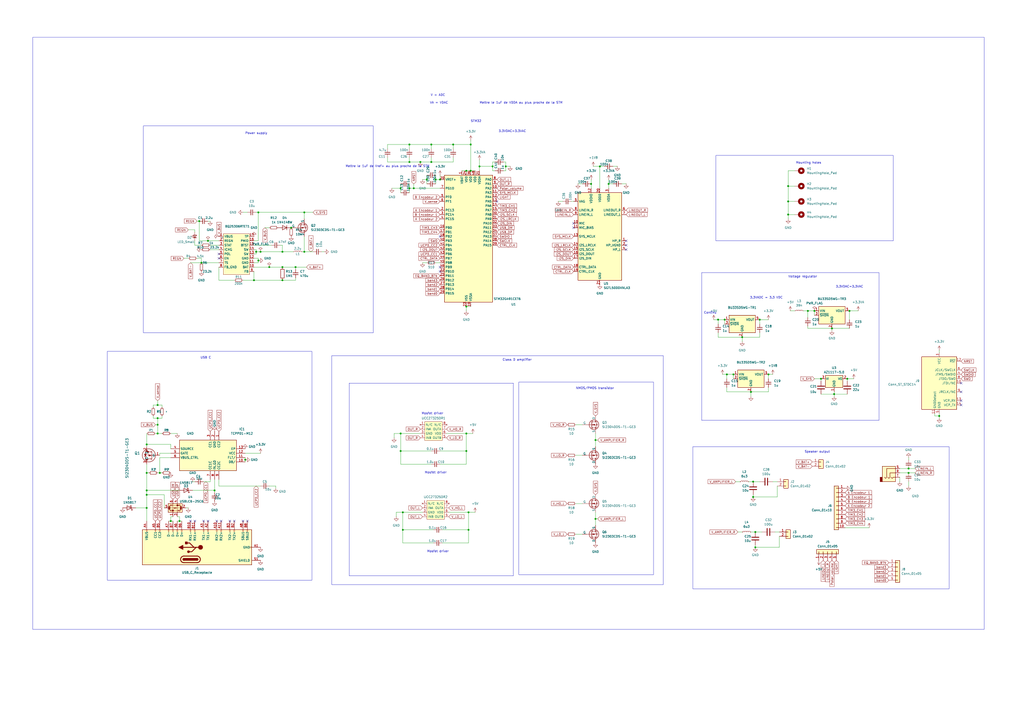
<source format=kicad_sch>
(kicad_sch (version 20231120) (generator "eeschema") (generator_version "8.0")
  (paper "A2")
  (junction (at 171.45 154.94))
  (junction (at 457.2 107.95))
  (junction (at 176.53 123.19))
  (junction (at 278.13 96.52))
  (junction (at 232.41 109.22))
  (junction (at 527.05 271.78))
  (junction (at 270.51 261.62))
  (junction (at 476.25 219.71))
  (junction (at 342.9 106.68))
  (junction (at 149.86 151.13))
  (junction (at 457.2 124.46))
  (junction (at 285.75 96.52))
  (junction (at 91.44 246.38))
  (junction (at 99.06 302.26))
  (junction (at 270.51 99.06))
  (junction (at 250.19 83.82))
  (junction (at 425.45 217.17))
  (junction (at 156.21 154.94))
  (junction (at 237.49 93.98))
  (junction (at 527.05 274.32))
  (junction (at 273.05 83.82))
  (junction (at 142.24 266.7))
  (junction (at 347.98 96.52))
  (junction (at 250.19 93.98))
  (junction (at 85.09 287.02))
  (junction (at 345.44 255.27))
  (junction (at 147.32 162.56))
  (junction (at 163.83 154.94))
  (junction (at 482.6 190.5))
  (junction (at 163.83 146.05))
  (junction (at 438.15 317.5))
  (junction (at 492.76 180.34))
  (junction (at 116.84 152.4))
  (junction (at 91.44 251.46))
  (junction (at 293.37 96.52))
  (junction (at 237.49 83.82))
  (junction (at 270.51 177.8))
  (junction (at 148.59 146.05))
  (junction (at 438.15 308.61))
  (junction (at 115.57 128.27))
  (junction (at 240.03 109.22))
  (junction (at 176.53 146.05))
  (junction (at 151.13 146.05))
  (junction (at 445.77 217.17))
  (junction (at 232.41 261.62))
  (junction (at 247.65 104.14))
  (junction (at 491.49 219.71))
  (junction (at 430.53 195.58))
  (junction (at 243.84 93.98))
  (junction (at 252.73 104.14))
  (junction (at 483.87 228.6))
  (junction (at 91.44 242.57))
  (junction (at 124.46 284.48))
  (junction (at 416.56 185.42))
  (junction (at 149.86 123.19))
  (junction (at 233.68 307.34))
  (junction (at 457.2 116.84))
  (junction (at 91.44 234.95))
  (junction (at 168.91 132.08))
  (junction (at 544.83 241.3))
  (junction (at 436.88 288.29))
  (junction (at 468.63 180.34))
  (junction (at 163.83 162.56))
  (junction (at 85.09 294.64))
  (junction (at 237.49 109.22))
  (junction (at 472.44 180.34))
  (junction (at 85.09 284.48))
  (junction (at 120.65 139.7))
  (junction (at 420.37 185.42))
  (junction (at 233.68 297.18))
  (junction (at 271.78 307.34))
  (junction (at 271.78 297.18))
  (junction (at 421.64 217.17))
  (junction (at 85.09 274.32))
  (junction (at 440.69 185.42))
  (junction (at 255.27 104.14))
  (junction (at 345.44 300.99))
  (junction (at 353.06 106.68))
  (junction (at 262.89 83.82))
  (junction (at 104.14 302.26))
  (junction (at 232.41 251.46))
  (junction (at 85.09 257.81))
  (junction (at 273.05 99.06))
  (junction (at 92.71 274.32))
  (junction (at 435.61 227.33))
  (junction (at 270.51 251.46))
  (junction (at 436.88 279.4))
  (no_connect (at 127 147.32))
  (no_connect (at 288.29 116.84))
  (no_connect (at 127 149.86))
  (no_connect (at 113.03 302.26))
  (no_connect (at 125.73 302.26))
  (no_connect (at 135.89 302.26))
  (no_connect (at 120.65 302.26))
  (no_connect (at 140.97 302.26))
  (no_connect (at 143.51 302.26))
  (no_connect (at 255.27 137.16))
  (no_connect (at 557.53 232.41))
  (no_connect (at 557.53 222.25))
  (no_connect (at 118.11 302.26))
  (no_connect (at 255.27 157.48))
  (no_connect (at 363.22 139.7))
  (no_connect (at 363.22 142.24))
  (no_connect (at 133.35 302.26))
  (no_connect (at 332.74 129.54))
  (no_connect (at 255.27 154.94))
  (no_connect (at 557.53 227.33))
  (no_connect (at 332.74 132.08))
  (no_connect (at 363.22 144.78))
  (no_connect (at 557.53 234.95))
  (no_connect (at 110.49 302.26))
  (no_connect (at 128.27 302.26))
  (wire (pts (xy 85.09 284.48) (xy 85.09 287.02)))
  (wire (pts (xy 347.98 96.52) (xy 350.52 96.52)))
  (wire (pts (xy 285.75 99.06) (xy 287.02 99.06)))
  (wire (pts (xy 334.01 246.38) (xy 337.82 246.38)))
  (wire (pts (xy 121.92 128.27) (xy 120.65 128.27)))
  (wire (pts (xy 85.09 287.02) (xy 85.09 294.64)))
  (wire (pts (xy 450.85 281.94) (xy 450.85 288.29)))
  (wire (pts (xy 224.79 83.82) (xy 224.79 86.36)))
  (wire (pts (xy 147.32 157.48) (xy 147.32 162.56)))
  (wire (pts (xy 438.15 308.61) (xy 441.96 308.61)))
  (wire (pts (xy 176.53 123.19) (xy 176.53 127)))
  (wire (pts (xy 147.32 152.4) (xy 149.86 152.4)))
  (wire (pts (xy 160.02 281.94) (xy 160.02 283.21)))
  (wire (pts (xy 345.44 255.27) (xy 345.44 259.08)))
  (wire (pts (xy 156.21 281.94) (xy 160.02 281.94)))
  (wire (pts (xy 237.49 91.44) (xy 237.49 93.98)))
  (wire (pts (xy 419.1 217.17) (xy 421.64 217.17)))
  (wire (pts (xy 270.51 177.8) (xy 270.51 180.34)))
  (wire (pts (xy 85.09 287.02) (xy 95.25 287.02)))
  (wire (pts (xy 466.09 180.34) (xy 468.63 180.34)))
  (wire (pts (xy 527.05 279.4) (xy 527.05 281.94)))
  (wire (pts (xy 107.95 294.64) (xy 109.22 294.64)))
  (wire (pts (xy 97.79 302.26) (xy 99.06 302.26)))
  (wire (pts (xy 250.19 91.44) (xy 250.19 93.98)))
  (wire (pts (xy 93.98 241.3) (xy 93.98 242.57)))
  (wire (pts (xy 142.24 262.89) (xy 151.13 262.89)))
  (wire (pts (xy 250.19 269.24) (xy 232.41 269.24)))
  (wire (pts (xy 100.33 299.72) (xy 99.06 299.72)))
  (wire (pts (xy 240.03 109.22) (xy 255.27 109.22)))
  (wire (pts (xy 490.22 306.07) (xy 504.19 306.07)))
  (wire (pts (xy 237.49 93.98) (xy 243.84 93.98)))
  (wire (pts (xy 345.44 297.18) (xy 345.44 300.99)))
  (wire (pts (xy 440.69 193.04) (xy 440.69 195.58)))
  (wire (pts (xy 121.92 278.13) (xy 121.92 279.4)))
  (wire (pts (xy 434.34 279.4) (xy 436.88 279.4)))
  (wire (pts (xy 135.89 162.56) (xy 127 162.56)))
  (wire (pts (xy 240.03 106.68) (xy 240.03 109.22)))
  (wire (pts (xy 88.9 234.95) (xy 88.9 236.22)))
  (wire (pts (xy 421.64 224.79) (xy 421.64 227.33)))
  (wire (pts (xy 457.2 99.06) (xy 461.01 99.06)))
  (wire (pts (xy 140.97 123.19) (xy 143.51 123.19)))
  (wire (pts (xy 232.41 261.62) (xy 250.19 261.62)))
  (wire (pts (xy 224.79 91.44) (xy 224.79 93.98)))
  (wire (pts (xy 334.01 264.16) (xy 337.82 264.16)))
  (wire (pts (xy 228.6 254) (xy 228.6 251.46)))
  (wire (pts (xy 237.49 83.82) (xy 237.49 86.36)))
  (wire (pts (xy 91.44 251.46) (xy 91.44 246.38)))
  (wire (pts (xy 436.88 279.4) (xy 440.69 279.4)))
  (wire (pts (xy 252.73 101.6) (xy 252.73 104.14)))
  (wire (pts (xy 245.11 297.18) (xy 233.68 297.18)))
  (wire (pts (xy 233.68 297.18) (xy 233.68 307.34)))
  (wire (pts (xy 114.3 149.86) (xy 116.84 149.86)))
  (wire (pts (xy 85.09 269.24) (xy 85.09 274.32)))
  (wire (pts (xy 91.44 274.32) (xy 92.71 274.32)))
  (wire (pts (xy 445.77 217.17) (xy 445.77 219.71)))
  (wire (pts (xy 149.86 123.19) (xy 149.86 139.7)))
  (wire (pts (xy 171.45 154.94) (xy 171.45 156.21)))
  (wire (pts (xy 251.46 314.96) (xy 233.68 314.96)))
  (wire (pts (xy 229.87 299.72) (xy 229.87 297.18)))
  (wire (pts (xy 149.86 151.13) (xy 149.86 149.86)))
  (wire (pts (xy 355.6 96.52) (xy 358.14 96.52)))
  (wire (pts (xy 323.85 116.84) (xy 326.39 116.84)))
  (wire (pts (xy 127 281.94) (xy 151.13 281.94)))
  (wire (pts (xy 243.84 251.46) (xy 232.41 251.46)))
  (wire (pts (xy 445.77 217.17) (xy 448.31 217.17)))
  (wire (pts (xy 232.41 106.68) (xy 232.41 109.22)))
  (wire (pts (xy 85.09 302.26) (xy 85.09 294.64)))
  (wire (pts (xy 104.14 302.26) (xy 105.41 302.26)))
  (wire (pts (xy 425.45 217.17) (xy 425.45 219.71)))
  (wire (pts (xy 468.63 190.5) (xy 482.6 190.5)))
  (wire (pts (xy 542.29 241.3) (xy 544.83 241.3)))
  (wire (pts (xy 468.63 184.15) (xy 468.63 180.34)))
  (wire (pts (xy 267.97 99.06) (xy 270.51 99.06)))
  (wire (pts (xy 148.59 146.05) (xy 151.13 146.05)))
  (wire (pts (xy 90.17 246.38) (xy 91.44 246.38)))
  (wire (pts (xy 147.32 142.24) (xy 157.48 142.24)))
  (wire (pts (xy 270.51 261.62) (xy 270.51 269.24)))
  (wire (pts (xy 85.09 251.46) (xy 85.09 257.81)))
  (wire (pts (xy 445.77 224.79) (xy 445.77 227.33)))
  (wire (pts (xy 147.32 144.78) (xy 148.59 144.78)))
  (wire (pts (xy 148.59 147.32) (xy 147.32 147.32)))
  (wire (pts (xy 95.25 287.02) (xy 95.25 294.64)))
  (wire (pts (xy 414.02 185.42) (xy 416.56 185.42)))
  (wire (pts (xy 116.84 149.86) (xy 116.84 152.4)))
  (wire (pts (xy 91.44 246.38) (xy 91.44 242.57)))
  (wire (pts (xy 92.71 274.32) (xy 93.98 274.32)))
  (wire (pts (xy 85.09 284.48) (xy 104.14 284.48)))
  (wire (pts (xy 121.92 279.4) (xy 118.11 279.4)))
  (wire (pts (xy 245.11 104.14) (xy 247.65 104.14)))
  (wire (pts (xy 91.44 232.41) (xy 91.44 234.95)))
  (wire (pts (xy 176.53 123.19) (xy 181.61 123.19)))
  (wire (pts (xy 92.71 265.43) (xy 92.71 274.32)))
  (wire (pts (xy 344.17 96.52) (xy 347.98 96.52)))
  (wire (pts (xy 416.56 185.42) (xy 420.37 185.42)))
  (wire (pts (xy 102.87 299.72) (xy 104.14 299.72)))
  (wire (pts (xy 468.63 180.34) (xy 472.44 180.34)))
  (wire (pts (xy 252.73 152.4) (xy 255.27 152.4)))
  (wire (pts (xy 233.68 307.34) (xy 233.68 314.96)))
  (wire (pts (xy 142.24 266.7) (xy 142.24 267.97)))
  (wire (pts (xy 285.75 96.52) (xy 285.75 99.06)))
  (wire (pts (xy 458.47 180.34) (xy 461.01 180.34)))
  (wire (pts (xy 353.06 106.68) (xy 355.6 106.68)))
  (wire (pts (xy 237.49 109.22) (xy 240.03 109.22)))
  (wire (pts (xy 256.54 314.96) (xy 271.78 314.96)))
  (wire (pts (xy 232.41 251.46) (xy 232.41 261.62)))
  (wire (pts (xy 334.01 292.1) (xy 337.82 292.1)))
  (wire (pts (xy 335.28 106.68) (xy 337.82 106.68)))
  (wire (pts (xy 255.27 269.24) (xy 270.51 269.24)))
  (wire (pts (xy 521.97 271.78) (xy 527.05 271.78)))
  (wire (pts (xy 149.86 123.19) (xy 176.53 123.19)))
  (wire (pts (xy 293.37 96.52) (xy 293.37 99.06)))
  (wire (pts (xy 416.56 195.58) (xy 430.53 195.58)))
  (wire (pts (xy 438.15 316.23) (xy 438.15 317.5)))
  (wire (pts (xy 85.09 257.81) (xy 85.09 259.08)))
  (wire (pts (xy 342.9 104.14) (xy 342.9 106.68)))
  (wire (pts (xy 440.69 185.42) (xy 445.77 185.42)))
  (wire (pts (xy 521.97 274.32) (xy 527.05 274.32)))
  (wire (pts (xy 255.27 101.6) (xy 255.27 104.14)))
  (wire (pts (xy 124.46 285.75) (xy 124.46 284.48)))
  (wire (pts (xy 186.69 146.05) (xy 187.96 146.05)))
  (wire (pts (xy 113.03 142.24) (xy 116.84 142.24)))
  (wire (pts (xy 472.44 219.71) (xy 476.25 219.71)))
  (wire (pts (xy 262.89 83.82) (xy 262.89 86.36)))
  (wire (pts (xy 476.25 219.71) (xy 476.25 220.98)))
  (wire (pts (xy 345.44 251.46) (xy 345.44 255.27)))
  (wire (pts (xy 156.21 154.94) (xy 163.83 154.94)))
  (wire (pts (xy 121.92 142.24) (xy 127 142.24)))
  (wire (pts (xy 111.76 279.4) (xy 113.03 279.4)))
  (wire (pts (xy 148.59 123.19) (xy 149.86 123.19)))
  (wire (pts (xy 449.58 308.61) (xy 452.12 308.61)))
  (wire (pts (xy 342.9 106.68) (xy 342.9 109.22)))
  (wire (pts (xy 457.2 116.84) (xy 457.2 107.95)))
  (wire (pts (xy 99.06 299.72) (xy 99.06 302.26)))
  (wire (pts (xy 256.54 307.34) (xy 271.78 307.34)))
  (wire (pts (xy 271.78 307.34) (xy 271.78 297.18)))
  (wire (pts (xy 149.86 152.4) (xy 149.86 151.13)))
  (wire (pts (xy 113.03 133.35) (xy 113.03 134.62)))
  (wire (pts (xy 483.87 229.87) (xy 483.87 228.6)))
  (wire (pts (xy 521.97 276.86) (xy 521.97 279.4)))
  (wire (pts (xy 232.41 109.22) (xy 232.41 111.76)))
  (wire (pts (xy 99.06 260.35) (xy 99.06 257.81)))
  (wire (pts (xy 175.26 146.05) (xy 176.53 146.05)))
  (wire (pts (xy 91.44 234.95) (xy 88.9 234.95)))
  (wire (pts (xy 491.49 219.71) (xy 491.49 220.98)))
  (wire (pts (xy 426.72 279.4) (xy 429.26 279.4)))
  (wire (pts (xy 476.25 228.6) (xy 483.87 228.6)))
  (wire (pts (xy 445.77 227.33) (xy 435.61 227.33)))
  (wire (pts (xy 430.53 195.58) (xy 430.53 198.12)))
  (wire (pts (xy 457.2 107.95) (xy 461.01 107.95)))
  (wire (pts (xy 85.09 294.64) (xy 78.74 294.64)))
  (wire (pts (xy 273.05 83.82) (xy 273.05 99.06)))
  (wire (pts (xy 345.44 300.99) (xy 346.71 300.99)))
  (wire (pts (xy 85.09 274.32) (xy 86.36 274.32)))
  (wire (pts (xy 224.79 93.98) (xy 237.49 93.98)))
  (wire (pts (xy 421.64 217.17) (xy 425.45 217.17)))
  (wire (pts (xy 450.85 288.29) (xy 436.88 288.29)))
  (wire (pts (xy 292.1 99.06) (xy 293.37 99.06)))
  (wire (pts (xy 93.98 242.57) (xy 91.44 242.57)))
  (wire (pts (xy 483.87 228.6) (xy 491.49 228.6)))
  (wire (pts (xy 492.76 180.34) (xy 497.84 180.34)))
  (wire (pts (xy 483.87 228.6) (xy 483.87 227.33)))
  (wire (pts (xy 492.76 180.34) (xy 492.76 185.42)))
  (wire (pts (xy 247.65 104.14) (xy 247.65 106.68)))
  (wire (pts (xy 273.05 81.28) (xy 273.05 83.82)))
  (wire (pts (xy 162.56 142.24) (xy 163.83 142.24)))
  (wire (pts (xy 457.2 107.95) (xy 457.2 99.06)))
  (wire (pts (xy 292.1 93.98) (xy 293.37 93.98)))
  (wire (pts (xy 115.57 139.7) (xy 115.57 128.27)))
  (wire (pts (xy 421.64 217.17) (xy 421.64 219.71)))
  (wire (pts (xy 106.68 149.86) (xy 109.22 149.86)))
  (wire (pts (xy 124.46 278.13) (xy 124.46 284.48)))
  (wire (pts (xy 127 162.56) (xy 127 154.94)))
  (wire (pts (xy 278.13 96.52) (xy 278.13 99.06)))
  (wire (pts (xy 452.12 317.5) (xy 438.15 317.5)))
  (wire (pts (xy 93.98 236.22) (xy 93.98 234.95)))
  (wire (pts (xy 420.37 185.42) (xy 420.37 187.96)))
  (wire (pts (xy 149.86 149.86) (xy 147.32 149.86)))
  (wire (pts (xy 250.19 93.98) (xy 262.89 93.98)))
  (wire (pts (xy 93.98 234.95) (xy 91.44 234.95)))
  (wire (pts (xy 334.01 309.88) (xy 337.82 309.88)))
  (wire (pts (xy 233.68 307.34) (xy 251.46 307.34)))
  (wire (pts (xy 99.06 251.46) (xy 102.87 251.46)))
  (wire (pts (xy 245.11 152.4) (xy 247.65 152.4)))
  (wire (pts (xy 227.33 109.22) (xy 232.41 109.22)))
  (wire (pts (xy 472.44 180.34) (xy 472.44 182.88)))
  (wire (pts (xy 250.19 83.82) (xy 262.89 83.82)))
  (wire (pts (xy 270.51 261.62) (xy 270.51 251.46)))
  (wire (pts (xy 271.78 297.18) (xy 275.59 297.18)))
  (wire (pts (xy 293.37 96.52) (xy 295.91 96.52)))
  (wire (pts (xy 278.13 92.71) (xy 278.13 96.52)))
  (wire (pts (xy 347.98 96.52) (xy 347.98 109.22)))
  (wire (pts (xy 120.65 139.7) (xy 127 139.7)))
  (wire (pts (xy 102.87 302.26) (xy 104.14 302.26)))
  (wire (pts (xy 114.3 128.27) (xy 115.57 128.27)))
  (wire (pts (xy 527.05 271.78) (xy 530.86 271.78)))
  (wire (pts (xy 243.84 93.98) (xy 250.19 93.98)))
  (wire (pts (xy 285.75 93.98) (xy 285.75 96.52)))
  (wire (pts (xy 88.9 242.57) (xy 88.9 241.3)))
  (wire (pts (xy 262.89 83.82) (xy 273.05 83.82)))
  (wire (pts (xy 544.83 240.03) (xy 544.83 241.3)))
  (wire (pts (xy 147.32 154.94) (xy 156.21 154.94)))
  (wire (pts (xy 149.86 139.7) (xy 147.32 139.7)))
  (wire (pts (xy 527.05 265.43) (xy 527.05 266.7)))
  (wire (pts (xy 92.71 262.89) (xy 99.06 262.89)))
  (wire (pts (xy 142.24 265.43) (xy 142.24 266.7)))
  (wire (pts (xy 111.76 284.48) (xy 124.46 284.48)))
  (wire (pts (xy 110.49 152.4) (xy 116.84 152.4)))
  (wire (pts (xy 482.6 190.5) (xy 482.6 191.77)))
  (wire (pts (xy 457.2 127) (xy 457.2 124.46)))
  (wire (pts (xy 436.88 287.02) (xy 436.88 288.29)))
  (wire (pts (xy 440.69 195.58) (xy 430.53 195.58)))
  (wire (pts (xy 293.37 93.98) (xy 293.37 96.52)))
  (wire (pts (xy 440.69 185.42) (xy 440.69 187.96)))
  (wire (pts (xy 232.41 261.62) (xy 232.41 269.24)))
  (wire (pts (xy 140.97 162.56) (xy 147.32 162.56)))
  (wire (pts (xy 85.09 274.32) (xy 85.09 284.48)))
  (wire (pts (xy 270.51 251.46) (xy 259.08 251.46)))
  (wire (pts (xy 153.67 132.08) (xy 156.21 132.08)))
  (wire (pts (xy 116.84 152.4) (xy 127 152.4)))
  (wire (pts (xy 224.79 83.82) (xy 237.49 83.82)))
  (wire (pts (xy 176.53 146.05) (xy 181.61 146.05)))
  (wire (pts (xy 229.87 297.18) (xy 233.68 297.18)))
  (wire (pts (xy 176.53 137.16) (xy 176.53 146.05)))
  (wire (pts (xy 91.44 242.57) (xy 88.9 242.57)))
  (wire (pts (xy 99.06 302.26) (xy 100.33 302.26)))
  (wire (pts (xy 435.61 308.61) (xy 438.15 308.61)))
  (wire (pts (xy 544.83 241.3) (xy 544.83 242.57)))
  (wire (pts (xy 270.51 177.8) (xy 273.05 177.8)))
  (wire (pts (xy 148.59 146.05) (xy 148.59 147.32)))
  (wire (pts (xy 252.73 104.14) (xy 252.73 106.68)))
  (wire (pts (xy 482.6 190.5) (xy 492.76 190.5)))
  (wire (pts (xy 171.45 161.29) (xy 171.45 162.56)))
  (wire (pts (xy 262.89 91.44) (xy 262.89 93.98)))
  (wire (pts (xy 353.06 106.68) (xy 353.06 109.22)))
  (wire (pts (xy 448.31 279.4) (xy 450.85 279.4)))
  (wire (pts (xy 491.49 219.71) (xy 495.3 219.71)))
  (wire (pts (xy 255.27 261.62) (xy 270.51 261.62)))
  (wire (pts (xy 468.63 189.23) (xy 468.63 190.5)))
  (wire (pts (xy 345.44 255.27) (xy 346.71 255.27)))
  (wire (pts (xy 271.78 297.18) (xy 260.35 297.18)))
  (wire (pts (xy 99.06 265.43) (xy 92.71 265.43)))
  (wire (pts (xy 457.2 116.84) (xy 461.01 116.84)))
  (wire (pts (xy 237.49 106.68) (xy 237.49 109.22)))
  (wire (pts (xy 151.13 146.05) (xy 163.83 146.05)))
  (wire (pts (xy 345.44 300.99) (xy 345.44 304.8)))
  (wire (pts (xy 171.45 154.94) (xy 177.8 154.94)))
  (wire (pts (xy 457.2 124.46) (xy 457.2 116.84)))
  (wire (pts (xy 104.14 299.72) (xy 104.14 302.26)))
  (wire (pts (xy 457.2 124.46) (xy 461.01 124.46)))
  (wire (pts (xy 435.61 227.33) (xy 435.61 229.87)))
  (wire (pts (xy 237.49 83.82) (xy 250.19 83.82)))
  (wire (pts (xy 416.56 193.04) (xy 416.56 195.58)))
  (wire (pts (xy 353.06 104.14) (xy 353.06 106.68)))
  (wire (pts (xy 527.05 274.32) (xy 530.86 274.32)))
  (wire (pts (xy 247.65 101.6) (xy 247.65 104.14)))
  (wire (pts (xy 99.06 257.81) (xy 85.09 257.81)))
  (wire (pts (xy 237.49 109.22) (xy 237.49 111.76)))
  (wire (pts (xy 273.05 99.06) (xy 275.59 99.06)))
  (wire (pts (xy 148.59 144.78) (xy 148.59 146.05)))
  (wire (pts (xy 360.68 106.68) (xy 363.22 106.68)))
  (wire (pts (xy 163.83 154.94) (xy 171.45 154.94)))
  (wire (pts (xy 163.83 142.24) (xy 163.83 146.05)))
  (wire (pts (xy 109.22 133.35) (xy 113.03 133.35)))
  (wire (pts (xy 427.99 308.61) (xy 430.53 308.61)))
  (wire (pts (xy 416.56 185.42) (xy 416.56 187.96)))
  (wire (pts (xy 163.83 162.56) (xy 171.45 162.56)))
  (wire (pts (xy 270.51 251.46) (xy 274.32 251.46)))
  (wire (pts (xy 228.6 251.46) (xy 232.41 251.46)))
  (wire (pts (xy 163.83 146.05) (xy 170.18 146.05)))
  (wire (pts (xy 544.83 204.47) (xy 544.83 203.2)))
  (wire (pts (xy 120.65 139.7) (xy 115.57 139.7)))
  (wire (pts (xy 121.92 144.78) (xy 127 144.78)))
  (wire (pts (xy 331.47 116.84) (xy 332.74 116.84)))
  (wire (pts (xy 542.29 240.03) (xy 542.29 241.3)))
  (wire (pts (xy 278.13 96.52) (xy 285.75 96.52)))
  (wire (pts (xy 92.71 262.89) (xy 92.71 264.16)))
  (wire (pts (xy 113.03 139.7) (xy 113.03 142.24)))
  (wire (pts (xy 90.17 251.46) (xy 91.44 251.46)))
  (wire (pts (xy 91.44 251.46) (xy 93.98 251.46)))
  (wire (pts (xy 270.51 99.06) (xy 273.05 99.06)))
  (wire (pts (xy 252.73 104.14) (xy 255.27 104.14)))
  (wire (pts (xy 147.32 162.56) (xy 163.83 162.56)))
  (wire (pts (xy 421.64 227.33) (xy 435.61 227.33)))
  (wire (pts (xy 271.78 307.34) (xy 271.78 314.96)))
  (wire (pts (xy 452.12 311.15) (xy 452.12 317.5)))
  (wire (pts (xy 250.19 83.82) (xy 250.19 86.36)))
  (wire (pts (xy 127 278.13) (xy 127 281.94)))
  (wire (pts (xy 285.75 93.98) (xy 287.02 93.98)))
  (rectangle (start 19.05 21.59) (end 570.865 365.125))
  (rectangle (start 407.035 158.115) (end 509.905 243.84))
  (rectangle (start 401.955 259.08) (end 550.545 341.63))
  (rectangle (start 62.23 203.835) (end 180.975 336.55))
  (rectangle (start 202.565 222.25) (end 297.815 334.01))
  (rectangle (start 300.99 221.615) (end 379.095 333.375))
  (rectangle (start 415.29 90.17) (end 518.16 139.7))
  (rectangle (start 192.405 206.375) (end 384.81 339.09))
  (rectangle (start 83.185 73.025) (end 216.535 193.04))
  (text "Class D amplifier\n" (at 291.465 209.55 0) (effects (font (size 1.27 1.27)) (justify left bottom)))
  (text "V = ADC" (at 254 55.245 0) (effects (font (size 1.27 1.27))))
  (text "Power supply\n" (at 142.24 78.105 0) (effects (font (size 1.27 1.27)) (justify left bottom)))
  (text "Mounting holes" (at 461.645 95.25 0) (effects (font (size 1.27 1.27)) (justify left bottom)))
  (text "Mettre le 1uF de VDDA au plus proche de la STM\n" (at 302.26 59.69 0) (effects (font (size 1.27 1.27))))
  (text "Voltage regulator\n\n" (at 457.2 163.322 0) (effects (font (size 1.27 1.27)) (justify left bottom)))
  (text "Mosfet driver\n" (at 246.38 274.955 0) (effects (font (size 1.27 1.27)) (justify left bottom)))
  (text "USB C\n" (at 116.205 208.28 0) (effects (font (size 1.27 1.27)) (justify left bottom)))
  (text "3.3VDAC=3.3VAC" (at 492.76 166.37 0) (effects (font (size 1.27 1.27))))
  (text "VA = VDAC" (at 254.635 59.69 0) (effects (font (size 1.27 1.27))))
  (text "Mettre le 1uF de Vref+ au plus proche de la STM\n" (at 224.79 96.52 0) (effects (font (size 1.27 1.27))))
  (text "NMOS/PMOS transistor\n" (at 334.01 226.06 0) (effects (font (size 1.27 1.27)) (justify left bottom)))
  (text "3.3VDAC=3.3VAC" (at 297.18 76.2 0) (effects (font (size 1.27 1.27))))
  (text "Speaker output\n" (at 466.725 262.89 0) (effects (font (size 1.27 1.27)) (justify left bottom)))
  (text "STM32\n" (at 273.05 71.12 0) (effects (font (size 1.27 1.27)) (justify left bottom)))
  (text "3.3VADC = 3.3 VDC" (at 444.5 172.72 0) (effects (font (size 1.27 1.27))))
  (text "Continu\n" (at 408.305 182.245 0) (effects (font (size 1.27 1.27)) (justify left bottom)))
  (text "Mosfet driver\n" (at 247.65 320.675 0) (effects (font (size 1.27 1.27)) (justify left bottom)))
  (text "Mosfet driver\n" (at 244.475 240.665 0) (effects (font (size 1.27 1.27)) (justify left bottom)))
  (global_label "SWO" (shape input) (at 255.27 139.7 180) (property "Intersheetrefs" "${INTERSHEET_REFS}" (effects (hide yes))))
  (global_label "UCPD_CC1" (shape input) (at 90.17 302.26 90) (property "Intersheetrefs" "${INTERSHEET_REFS}" (effects (hide yes))))
  (global_label "A Encodeur 2" (shape input) (at 255.27 127 180) (property "Intersheetrefs" "${INTERSHEET_REFS}" (effects (hide yes))))
  (global_label "CTRL_DATA" (shape input) (at 255.27 149.86 180) (property "Intersheetrefs" "${INTERSHEET_REFS}" (effects (hide yes))))
  (global_label "V_SYS" (shape input) (at 472.44 219.71 180) (property "Intersheetrefs" "${INTERSHEET_REFS}" (effects (hide yes))))
  (global_label "TIM3_CH1" (shape input) (at 490.22 295.91 0) (property "Intersheetrefs" "${INTERSHEET_REFS}" (effects (hide yes))))
  (global_label "SYS_MCLK" (shape input) (at 332.74 137.16 180) (property "Intersheetrefs" "${INTERSHEET_REFS}" (effects (hide yes))))
  (global_label "SWDIO" (shape input) (at 288.29 137.16 0) (property "Intersheetrefs" "${INTERSHEET_REFS}" (effects (hide yes))))
  (global_label "NRST" (shape input) (at 557.53 209.55 0) (property "Intersheetrefs" "${INTERSHEET_REFS}" (effects (hide yes))))
  (global_label "REGN" (shape input) (at 114.3 128.27 180) (property "Intersheetrefs" "${INTERSHEET_REFS}" (effects (hide yes))))
  (global_label "B Encodeur 2" (shape input) (at 490.22 290.83 0) (property "Intersheetrefs" "${INTERSHEET_REFS}" (effects (hide yes))))
  (global_label "A Encodeur 1" (shape input) (at 255.27 121.92 180) (property "Intersheetrefs" "${INTERSHEET_REFS}" (effects (hide yes))))
  (global_label "V_LO_L" (shape input) (at 260.35 299.72 0) (property "Intersheetrefs" "${INTERSHEET_REFS}" (effects (hide yes))))
  (global_label "I2S_LRCLK" (shape input) (at 332.74 142.24 180) (property "Intersheetrefs" "${INTERSHEET_REFS}" (effects (hide yes))))
  (global_label "TIM3_CH2" (shape input) (at 288.29 121.92 0) (property "Intersheetrefs" "${INTERSHEET_REFS}" (effects (hide yes))))
  (global_label "V_BAT-" (shape input) (at 110.49 152.4 270) (property "Intersheetrefs" "${INTERSHEET_REFS}" (effects (hide yes))))
  (global_label "UCPD_CC2" (shape input) (at 148.59 281.94 270) (property "Intersheetrefs" "${INTERSHEET_REFS}" (effects (hide yes))))
  (global_label "SYS_MCLK" (shape input) (at 288.29 111.76 0) (property "Intersheetrefs" "${INTERSHEET_REFS}" (effects (hide yes))))
  (global_label "V_sense" (shape input) (at 91.44 232.41 90) (property "Intersheetrefs" "${INTERSHEET_REFS}" (effects (hide yes))))
  (global_label "band0" (shape input) (at 515.62 336.55 180) (property "Intersheetrefs" "${INTERSHEET_REFS}" (effects (hide yes))))
  (global_label "V_sense" (shape input) (at 255.27 116.84 180) (property "Intersheetrefs" "${INTERSHEET_REFS}" (effects (hide yes))))
  (global_label "V_HO_R" (shape input) (at 259.08 248.92 0) (property "Intersheetrefs" "${INTERSHEET_REFS}" (effects (hide yes))))
  (global_label "OUT_R" (shape input) (at 243.84 248.92 180) (property "Intersheetrefs" "${INTERSHEET_REFS}" (effects (hide yes))))
  (global_label "SWCLK" (shape input) (at 288.29 139.7 0) (property "Intersheetrefs" "${INTERSHEET_REFS}" (effects (hide yes))))
  (global_label "I2S_SCLK" (shape input) (at 332.74 144.78 180) (property "Intersheetrefs" "${INTERSHEET_REFS}" (effects (hide yes))))
  (global_label "band0" (shape input) (at 255.27 170.18 180) (property "Intersheetrefs" "${INTERSHEET_REFS}" (effects (hide yes))))
  (global_label "V_SYS" (shape input) (at 345.44 287.02 90) (property "Intersheetrefs" "${INTERSHEET_REFS}" (effects (hide yes))))
  (global_label "USB_DP" (shape input) (at 288.29 134.62 0) (property "Intersheetrefs" "${INTERSHEET_REFS}" (effects (hide yes))))
  (global_label "USB_DP" (shape input) (at 102.87 289.56 90) (property "Intersheetrefs" "${INTERSHEET_REFS}" (effects (hide yes))))
  (global_label "V_BUS" (shape input) (at 90.17 246.38 180) (property "Intersheetrefs" "${INTERSHEET_REFS}" (effects (hide yes))))
  (global_label "V_BAT-" (shape input) (at 471.17 270.51 180) (property "Intersheetrefs" "${INTERSHEET_REFS}" (effects (hide yes))))
  (global_label "OUT_L" (shape input) (at 245.11 294.64 180) (property "Intersheetrefs" "${INTERSHEET_REFS}" (effects (hide yes))))
  (global_label "band2" (shape input) (at 515.62 331.47 180) (property "Intersheetrefs" "${INTERSHEET_REFS}" (effects (hide yes))))
  (global_label "B Encodeur 2" (shape input) (at 255.27 114.3 180) (property "Intersheetrefs" "${INTERSHEET_REFS}" (effects (hide yes))))
  (global_label "TIM3_CH3" (shape input) (at 255.27 132.08 180) (property "Intersheetrefs" "${INTERSHEET_REFS}" (effects (hide yes))))
  (global_label "CTRL_CLK" (shape input) (at 332.74 157.48 180) (property "Intersheetrefs" "${INTERSHEET_REFS}" (effects (hide yes))))
  (global_label "LINEIN_R" (shape input) (at 530.86 274.32 0) (property "Intersheetrefs" "${INTERSHEET_REFS}" (effects (hide yes))))
  (global_label "V_BUS" (shape input) (at 127 137.16 90) (property "Intersheetrefs" "${INTERSHEET_REFS}" (effects (hide yes))))
  (global_label "REGN" (shape input) (at 106.68 149.86 180) (property "Intersheetrefs" "${INTERSHEET_REFS}" (effects (hide yes))))
  (global_label "band1" (shape input) (at 515.62 334.01 180) (property "Intersheetrefs" "${INTERSHEET_REFS}" (effects (hide yes))))
  (global_label "I2S_DIN" (shape input) (at 332.74 149.86 180) (property "Intersheetrefs" "${INTERSHEET_REFS}" (effects (hide yes))))
  (global_label "CTRL_DATA" (shape input) (at 332.74 154.94 180) (property "Intersheetrefs" "${INTERSHEET_REFS}" (effects (hide yes))))
  (global_label "SWO" (shape input) (at 557.53 219.71 0) (property "Intersheetrefs" "${INTERSHEET_REFS}" (effects (hide yes))))
  (global_label "I2S_DOUT" (shape input) (at 332.74 147.32 180) (property "Intersheetrefs" "${INTERSHEET_REFS}" (effects (hide yes))))
  (global_label "LINEOUT_R" (shape input) (at 363.22 121.92 0) (property "Intersheetrefs" "${INTERSHEET_REFS}" (effects (hide yes))))
  (global_label "V_SYS" (shape input) (at 345.44 241.3 90) (property "Intersheetrefs" "${INTERSHEET_REFS}" (effects (hide yes))))
  (global_label "OUT_R" (shape input) (at 288.29 106.68 0) (property "Intersheetrefs" "${INTERSHEET_REFS}" (effects (hide yes))))
  (global_label "V_HO_L" (shape input) (at 260.35 294.64 0) (property "Intersheetrefs" "${INTERSHEET_REFS}" (effects (hide yes))))
  (global_label "V_SYS" (shape input) (at 181.61 123.19 0) (property "Intersheetrefs" "${INTERSHEET_REFS}" (effects (hide yes))))
  (global_label "USB_DM" (shape input) (at 100.33 289.56 90) (property "Intersheetrefs" "${INTERSHEET_REFS}" (effects (hide yes))))
  (global_label "V_HO_R" (shape input) (at 328.93 246.38 180) (property "Intersheetrefs" "${INTERSHEET_REFS}" (effects (hide yes))))
  (global_label "V_BUS" (shape input) (at 153.67 132.08 270) (property "Intersheetrefs" "${INTERSHEET_REFS}" (effects (hide yes))))
  (global_label "CTRL_CLK" (shape input) (at 288.29 142.24 0) (property "Intersheetrefs" "${INTERSHEET_REFS}" (effects (hide yes))))
  (global_label "V_HO_L" (shape input) (at 328.93 292.1 180) (property "Intersheetrefs" "${INTERSHEET_REFS}" (effects (hide yes))))
  (global_label "OUT_L" (shape input) (at 288.29 104.14 0) (property "Intersheetrefs" "${INTERSHEET_REFS}" (effects (hide yes))))
  (global_label "TIM3_CH3" (shape input) (at 490.22 300.99 0) (property "Intersheetrefs" "${INTERSHEET_REFS}" (effects (hide yes))))
  (global_label "band3" (shape input) (at 255.27 162.56 180) (property "Intersheetrefs" "${INTERSHEET_REFS}" (effects (hide yes))))
  (global_label "band1" (shape input) (at 255.27 167.64 180) (property "Intersheetrefs" "${INTERSHEET_REFS}" (effects (hide yes))))
  (global_label "V_AMPLIFIER_L" (shape input) (at 426.72 279.4 180) (property "Intersheetrefs" "${INTERSHEET_REFS}" (effects (hide yes))))
  (global_label "EQ_BAND_BTN" (shape input) (at 255.27 160.02 180) (property "Intersheetrefs" "${INTERSHEET_REFS}" (effects (hide yes))))
  (global_label "UCPD_CC1" (shape input) (at 119.38 279.4 270) (property "Intersheetrefs" "${INTERSHEET_REFS}" (effects (hide yes))))
  (global_label "V_LO_L" (shape input) (at 328.93 309.88 180) (property "Intersheetrefs" "${INTERSHEET_REFS}" (effects (hide yes))))
  (global_label "LIGHT" (shape input) (at 288.29 114.3 0) (property "Intersheetrefs" "${INTERSHEET_REFS}" (effects (hide yes))))
  (global_label "LINEOUT_R" (shape input) (at 480.06 325.12 270) (property "Intersheetrefs" "${INTERSHEET_REFS}" (effects (hide yes))))
  (global_label "B Encodeur 1" (shape input) (at 255.27 124.46 180) (property "Intersheetrefs" "${INTERSHEET_REFS}" (effects (hide yes))))
  (global_label "TIM3_CH4" (shape input) (at 255.27 134.62 180) (property "Intersheetrefs" "${INTERSHEET_REFS}" (effects (hide yes))))
  (global_label "V_BAT+" (shape input) (at 180.34 146.05 90) (property "Intersheetrefs" "${INTERSHEET_REFS}" (effects (hide yes))))
  (global_label "V_AMPLIFIER_R" (shape input) (at 346.71 255.27 0) (property "Intersheetrefs" "${INTERSHEET_REFS}" (effects (hide yes))))
  (global_label "V_BAT+" (shape input) (at 471.17 267.97 180) (property "Intersheetrefs" "${INTERSHEET_REFS}" (effects (hide yes))))
  (global_label "UCPD_CC1" (shape input) (at 121.92 250.19 90) (property "Intersheetrefs" "${INTERSHEET_REFS}" (effects (hide yes))))
  (global_label "LIGHT" (shape input) (at 485.14 325.12 270) (property "Intersheetrefs" "${INTERSHEET_REFS}" (effects (hide yes))))
  (global_label "SWCLK" (shape input) (at 557.53 214.63 0) (property "Intersheetrefs" "${INTERSHEET_REFS}" (effects (hide yes))))
  (global_label "EQ_BAND_BTN" (shape input) (at 515.62 326.39 180) (property "Intersheetrefs" "${INTERSHEET_REFS}" (effects (hide yes))))
  (global_label "LINEIN_L" (shape input) (at 530.86 271.78 0) (property "Intersheetrefs" "${INTERSHEET_REFS}" (effects (hide yes))))
  (global_label "Potar_volume" (shape input) (at 288.29 109.22 0) (property "Intersheetrefs" "${INTERSHEET_REFS}" (effects (hide yes))))
  (global_label "LINEIN_R" (shape input) (at 332.74 121.92 180) (property "Intersheetrefs" "${INTERSHEET_REFS}" (effects (hide yes))))
  (global_label "TIM3_CH1" (shape input) (at 288.29 119.38 0) (property "Intersheetrefs" "${INTERSHEET_REFS}" (effects (hide yes))))
  (global_label "REGN" (shape input) (at 109.22 133.35 180) (property "Intersheetrefs" "${INTERSHEET_REFS}" (effects (hide yes))))
  (global_label "V_LO_R" (shape input) (at 328.93 264.16 180) (property "Intersheetrefs" "${INTERSHEET_REFS}" (effects (hide yes))))
  (global_label "LINEOUT_L" (shape input) (at 477.52 325.12 270) (property "Intersheetrefs" "${INTERSHEET_REFS}" (effects (hide yes))))
  (global_label "SWDIO" (shape input) (at 557.53 217.17 0) (property "Intersheetrefs" "${INTERSHEET_REFS}" (effects (hide yes))))
  (global_label "band2" (shape input) (at 255.27 165.1 180) (property "Intersheetrefs" "${INTERSHEET_REFS}" (effects (hide yes))))
  (global_label "I2S_DIN" (shape input) (at 288.29 129.54 0) (property "Intersheetrefs" "${INTERSHEET_REFS}" (effects (hide yes))))
  (global_label "TIM3_CH2" (shape input) (at 490.22 298.45 0) (property "Intersheetrefs" "${INTERSHEET_REFS}" (effects (hide yes))))
  (global_label "UCPD_CC1" (shape input) (at 255.27 147.32 180) (property "Intersheetrefs" "${INTERSHEET_REFS}" (effects (hide yes))))
  (global_label "OUT_L" (shape input) (at 245.11 299.72 180) (property "Intersheetrefs" "${INTERSHEET_REFS}" (effects (hide yes))))
  (global_label "USB_DM" (shape input) (at 288.29 132.08 0) (property "Intersheetrefs" "${INTERSHEET_REFS}" (effects (hide yes))))
  (global_label "UCPD_CC2" (shape input) (at 127 250.19 90) (property "Intersheetrefs" "${INTERSHEET_REFS}" (effects (hide yes))))
  (global_label "B Encodeur 1" (shape input) (at 490.22 288.29 0) (property "Intersheetrefs" "${INTERSHEET_REFS}" (effects (hide yes))))
  (global_label "LINEIN_L" (shape input) (at 332.74 124.46 180) (property "Intersheetrefs" "${INTERSHEET_REFS}" (effects (hide yes))))
  (global_label "I2S_SCLK" (shape input) (at 288.29 124.46 0) (property "Intersheetrefs" "${INTERSHEET_REFS}" (effects (hide yes))))
  (global_label "A Encodeur 2" (shape input) (at 490.22 293.37 0) (property "Intersheetrefs" "${INTERSHEET_REFS}" (effects (hide yes))))
  (global_label "OUT_R" (shape input) (at 243.84 254 180) (property "Intersheetrefs" "${INTERSHEET_REFS}" (effects (hide yes))))
  (global_label "NRST" (shape input) (at 240.03 106.68 90) (property "Intersheetrefs" "${INTERSHEET_REFS}" (effects (hide yes))))
  (global_label "I2S_DOUT" (shape input) (at 255.27 144.78 180) (property "Intersheetrefs" "${INTERSHEET_REFS}" (effects (hide yes))))
  (global_label "band3" (shape input) (at 515.62 328.93 180) (property "Intersheetrefs" "${INTERSHEET_REFS}" (effects (hide yes))))
  (global_label "A Encodeur 1" (shape input) (at 490.22 285.75 0) (property "Intersheetrefs" "${INTERSHEET_REFS}" (effects (hide yes))))
  (global_label "TIM3_CH4" (shape input) (at 490.22 303.53 0) (property "Intersheetrefs" "${INTERSHEET_REFS}" (effects (hide yes))))
  (global_label "Potar_volume" (shape input) (at 482.6 325.12 270) (property "Intersheetrefs" "${INTERSHEET_REFS}" (effects (hide yes))))
  (global_label "V_AMPLIFIER_L" (shape input) (at 346.71 300.99 0) (property "Intersheetrefs" "${INTERSHEET_REFS}" (effects (hide yes))))
  (global_label "UCPD_CC2" (shape input) (at 255.27 142.24 180) (property "Intersheetrefs" "${INTERSHEET_REFS}" (effects (hide yes))))
  (global_label "UCPD_CC2" (shape input) (at 92.71 302.26 90) (property "Intersheetrefs" "${INTERSHEET_REFS}" (effects (hide yes))))
  (global_label "V_BAT+" (shape input) (at 177.8 154.94 0) (property "Intersheetrefs" "${INTERSHEET_REFS}" (effects (hide yes))))
  (global_label "I2S_LRCLK" (shape input) (at 288.29 127 0) (property "Intersheetrefs" "${INTERSHEET_REFS}" (effects (hide yes))))
  (global_label "V_LO_R" (shape input) (at 259.08 254 0) (property "Intersheetrefs" "${INTERSHEET_REFS}" (effects (hide yes))))
  (global_label "LINEOUT_L" (shape input) (at 363.22 124.46 0) (property "Intersheetrefs" "${INTERSHEET_REFS}" (effects (hide yes))))
  (global_label "V_AMPLIFIER_R" (shape input) (at 427.99 308.61 180) (property "Intersheetrefs" "${INTERSHEET_REFS}" (effects (hide yes))))
  (symbol (lib_id "Diode:1N5817") (at 74.93 294.64 180) (unit 1)
    (property "Reference" "D1" (at 75.2475 288.925 0))
    (property "Value" "1N5817" (at 75.2475 291.465 0))
    (property "Footprint" "Diode_THT:D_DO-41_SOD81_P10.16mm_Horizontal" (effects (hide yes)))
    (property "Datasheet" "http://www.vishay.com/docs/88525/1n5817.pdf" (effects (hide yes)))
  )
  (symbol (lib_id "power:+3.3V") (at 151.13 262.89 0) (unit 1)
    (property "Reference" "#PWR061" (effects (hide yes)))
    (property "Value" "+3.3V" (at 151.13 257.81 0))
    (property "Description" "Power symbol creates a global label with name \"+3.3V\"" (effects (hide yes)))
  )
  (symbol (lib_id "power:GND") (at 527.05 265.43 180) (unit 1)
    (property "Reference" "#PWR037" (effects (hide yes)))
    (property "Value" "GND" (at 527.05 260.985 0))
  )
  (symbol (lib_id "Device:C_Small") (at 445.77 222.25 0) (unit 1)
    (property "Reference" "C19" (at 448.945 220.9863 0) (effects (justify left)))
    (property "Value" "1u" (at 448.945 223.5263 0) (effects (justify left)))
    (property "Footprint" "Capacitor_SMD:C_0603_1608Metric_Pad1.08x0.95mm_HandSolder" (effects (hide yes)))
  )
  (symbol (lib_id "Device:R_Small") (at 138.43 162.56 90) (unit 1)
    (property "Reference" "R11" (at 138.43 160.655 90))
    (property "Value" "200k" (at 138.43 164.465 90))
    (property "Footprint" "Resistor_SMD:R_0603_1608Metric_Pad0.98x0.95mm_HandSolder" (effects (hide yes)))
  )
  (symbol (lib_id "power:+1V8") (at 448.31 217.17 0) (unit 1)
    (property "Reference" "#PWR042" (effects (hide yes)))
    (property "Value" "+1V8" (at 448.31 212.09 0))
    (property "Description" "Power symbol creates a global label with name \"+1V8\"" (effects (hide yes)))
  )
  (symbol (lib_id "Device:C_Small") (at 254 314.96 90) (unit 1)
    (property "Reference" "C17" (at 257.175 313.69 90))
    (property "Value" "1.0u" (at 250.825 313.69 90))
    (property "Footprint" "Capacitor_SMD:C_0603_1608Metric_Pad1.08x0.95mm_HandSolder" (effects (hide yes)))
  )
  (symbol (lib_id "Device:L_Small") (at 172.72 146.05 90) (unit 1)
    (property "Reference" "L1" (at 172.72 147.32 90))
    (property "Value" "2.2u" (at 172.72 144.145 90))
    (property "Footprint" "Inductor_SMD:L_0603_1608Metric_Pad1.05x0.95mm_HandSolder" (effects (hide yes)))
  )
  (symbol (lib_name "GND_9") (lib_id "power:GND") (at 243.84 93.98 0) (unit 1)
    (property "Reference" "#PWR034" (effects (hide yes)))
    (property "Value" "GND" (at 243.84 99.06 0))
    (property "Description" "Power symbol creates a global label with name \"GND\" , ground" (effects (hide yes)))
  )
  (symbol (lib_id "Device:C") (at 444.5 279.4 90) (unit 1)
    (property "Reference" "C28" (at 444.5 272.415 90))
    (property "Value" "100u" (at 444.5 274.955 90))
    (property "Footprint" "Capacitor_THT:C_Radial_D5.0mm_H11.0mm_P2.00mm" (effects (hide yes)))
  )
  (symbol (lib_id "power:+3.3VA") (at 353.06 104.14 0) (unit 1)
    (property "Reference" "#PWR046" (effects (hide yes)))
    (property "Value" "+3.3VA" (at 353.06 99.06 0))
    (property "Description" "Power symbol creates a global label with name \"+3.3VA\"" (effects (hide yes)))
  )
  (symbol (lib_id "Device:C_Small") (at 146.05 123.19 270) (unit 1)
    (property "Reference" "C3" (at 146.0436 116.84 90))
    (property "Value" "10u" (at 146.0436 119.38 90))
    (property "Footprint" "Capacitor_SMD:C_0402_1005Metric_Pad0.74x0.62mm_HandSolder" (effects (hide yes)))
  )
  (symbol (lib_id "Device:R_Small") (at 116.84 154.94 0) (unit 1)
    (property "Reference" "R6" (at 117.475 152.4 0) (effects (justify left)))
    (property "Value" "23.2k" (at 117.475 157.48 0) (effects (justify left)))
    (property "Footprint" "Resistor_SMD:R_0603_1608Metric_Pad0.98x0.95mm_HandSolder" (effects (hide yes)))
  )
  (symbol (lib_id "Device:C_Small") (at 340.36 106.68 270) (unit 1)
    (property "Reference" "C37" (at 338.455 103.505 90) (effects (justify left)))
    (property "Value" "100n" (at 335.28 105.41 90) (effects (justify left)))
    (property "Footprint" "Capacitor_SMD:C_0402_1005Metric_Pad0.74x0.62mm_HandSolder" (effects (hide yes)))
  )
  (symbol (lib_id "Device:C_Small") (at 250.19 88.9 180) (unit 1)
    (property "Reference" "C27" (at 248.92 90.805 0) (effects (justify left)))
    (property "Value" "100n" (at 249.555 86.995 0) (effects (justify left)))
    (property "Footprint" "Capacitor_SMD:C_0402_1005Metric_Pad0.74x0.62mm_HandSolder" (effects (hide yes)))
  )
  (symbol (lib_id "power:GND") (at 187.96 146.05 90) (unit 1)
    (property "Reference" "#PWR015" (effects (hide yes)))
    (property "Value" "GND" (at 191.77 146.0499 90) (effects (justify right)))
  )
  (symbol (lib_id "power:GND") (at 140.97 123.19 270) (unit 1)
    (property "Reference" "#PWR07" (effects (hide yes)))
    (property "Value" "GND" (at 137.16 123.1899 90) (effects (justify right)))
  )
  (symbol (lib_id "power:+3.3V") (at 544.83 203.2 0) (unit 1)
    (property "Reference" "#PWR058" (effects (hide yes)))
    (property "Value" "+3.3V" (at 544.83 198.12 0))
    (property "Description" "Power symbol creates a global label with name \"+3.3V\"" (effects (hide yes)))
  )
  (symbol (lib_id "BQ25:BQ25306RTET") (at 137.16 137.16 0) (unit 1)
    (property "Reference" "BQ25306RTET1" (at 137.668 131.318 0))
    (property "Value" "~" (at 129.032 137.922 0))
    (property "Footprint" "Package_DFN_QFN:WQFN-16-1EP_3x3mm_P0.5mm_EP1.75x1.75mm" (effects (hide yes)))
  )
  (symbol (lib_id "Device:C_Small") (at 416.56 190.5 0) (unit 1)
    (property "Reference" "C14" (at 419.1 189.2363 0) (effects (justify left)))
    (property "Value" "1u" (at 419.1 191.7763 0) (effects (justify left)))
    (property "Footprint" "Capacitor_SMD:C_0603_1608Metric_Pad1.08x0.95mm_HandSolder" (effects (hide yes)))
  )
  (symbol (lib_id "Connector_Generic:Conn_01x02") (at 457.2 308.61 0) (unit 1)
    (property "Reference" "J3" (at 459.74 308.61 0) (effects (justify left)))
    (property "Value" "Conn_01x02" (at 459.74 311.15 0) (effects (justify left)))
    (property "Footprint" "Connector_JST:JST_XH_B2B-XH-A_1x02_P2.50mm_Vertical" (effects (hide yes)))
  )
  (symbol (lib_id "Device:R_Small") (at 250.19 152.4 90) (unit 1)
    (property "Reference" "R17" (at 250.19 152.4 90))
    (property "Value" "510" (at 250.19 154.94 90))
    (property "Footprint" "Resistor_SMD:R_0603_1608Metric_Pad0.98x0.95mm_HandSolder" (effects (hide yes)))
    (property "Description" "Resistor, small symbol" (effects (hide yes)))
  )
  (symbol (lib_id "power:GND") (at 142.24 260.35 180) (unit 1)
    (property "Reference" "#PWR013" (effects (hide yes)))
    (property "Value" "GND" (at 144.145 259.08 0) (effects (justify right)))
  )
  (symbol (lib_id "Connector_Generic:Conn_01x02") (at 455.93 279.4 0) (unit 1)
    (property "Reference" "J2" (at 458.47 279.4 0) (effects (justify left)))
    (property "Value" "Conn_01x02" (at 458.47 281.94 0) (effects (justify left)))
    (property "Footprint" "Connector_JST:JST_XH_B2B-XH-A_1x02_P2.50mm_Vertical" (effects (hide yes)))
  )
  (symbol (lib_id "power:GND") (at 345.44 314.96 0) (unit 1)
    (property "Reference" "#PWR038" (effects (hide yes)))
    (property "Value" "GND" (at 345.44 320.04 0))
  )
  (symbol (lib_id "power:GND") (at 521.97 279.4 0) (unit 1)
    (property "Reference" "#PWR036" (effects (hide yes)))
    (property "Value" "GND" (at 521.97 284.48 0))
  )
  (symbol (lib_id "Device:C_Small") (at 160.02 142.24 90) (unit 1)
    (property "Reference" "C6" (at 157.48 140.335 90))
    (property "Value" "47nF" (at 163.83 140.335 90))
    (property "Footprint" "Capacitor_SMD:C_0603_1608Metric_Pad1.08x0.95mm_HandSolder" (effects (hide yes)))
  )
  (symbol (lib_id "power:GND") (at 99.06 274.32 0) (unit 1)
    (property "Reference" "#PWR05" (effects (hide yes)))
    (property "Value" "GND" (at 96.52 276.86 0))
  )
  (symbol (lib_id "Device:C_Small") (at 118.11 128.27 270) (unit 1)
    (property "Reference" "C1" (at 116.205 126.365 90))
    (property "Value" "2.2u" (at 121.285 126.365 90))
    (property "Footprint" "Capacitor_SMD:C_0603_1608Metric_Pad1.08x0.95mm_HandSolder" (effects (hide yes)))
  )
  (symbol (lib_id "power:+5V") (at 414.02 185.42 0) (unit 1)
    (property "Reference" "#PWR052" (effects (hide yes)))
    (property "Value" "+5V" (at 414.02 180.34 0))
    (property "Description" "Power symbol creates a global label with name \"+5V\"" (effects (hide yes)))
  )
  (symbol (lib_id "power:+5V") (at 495.3 219.71 0) (unit 1)
    (property "Reference" "#PWR057" (effects (hide yes)))
    (property "Value" "+5V" (at 495.3 214.63 0))
    (property "Description" "Power symbol creates a global label with name \"+5V\"" (effects (hide yes)))
  )
  (symbol (lib_id "Connector_Generic:Conn_01x05") (at 480.06 320.04 90) (unit 1)
    (property "Reference" "J5" (at 480.06 314.325 90))
    (property "Value" "Conn_01x05" (at 480.06 316.865 90))
    (property "Footprint" "Connector_PinHeader_2.54mm:PinHeader_1x05_P2.54mm_Vertical" (effects (hide yes)))
  )
  (symbol (lib_id "Connector_Generic:Conn_01x05") (at 520.7 331.47 0) (unit 1)
    (property "Reference" "J8" (at 522.859 330.2 0) (effects (justify left)))
    (property "Value" "Conn_01x05" (at 522.859 332.74 0) (effects (justify left)))
    (property "Footprint" "Connector_PinHeader_2.54mm:PinHeader_1x05_P2.54mm_Vertical" (effects (hide yes)))
  )
  (symbol (lib_id "power:+3.3V") (at 419.1 217.17 0) (unit 1)
    (property "Reference" "#PWR056" (effects (hide yes)))
    (property "Value" "+3.3V" (at 419.1 212.09 0))
    (property "Description" "Power symbol creates a global label with name \"+3.3V\"" (effects (hide yes)))
  )
  (symbol (lib_name "GND_8") (lib_id "power:GND") (at 347.98 165.1 0) (unit 1)
    (property "Reference" "#PWR047" (effects (hide yes)))
    (property "Value" "GND" (at 347.98 170.18 0))
    (property "Description" "Power symbol creates a global label with name \"GND\" , ground" (effects (hide yes)))
  )
  (symbol (lib_name "GND_4") (lib_id "power:GND") (at 229.87 299.72 0) (unit 1)
    (property "Reference" "#PWR026" (effects (hide yes)))
    (property "Value" "GND" (at 229.87 304.8 0))
    (property "Description" "Power symbol creates a global label with name \"GND\" , ground" (effects (hide yes)))
  )
  (symbol (lib_id "Device:R_Small") (at 119.38 144.78 270) (unit 1)
    (property "Reference" "R10" (at 116.205 143.51 90))
    (property "Value" "23.2k" (at 124.46 143.51 90))
    (property "Footprint" "Resistor_SMD:R_0603_1608Metric_Pad0.98x0.95mm_HandSolder" (effects (hide yes)))
  )
  (symbol (lib_id "Simulation_SPICE:NMOS") (at 342.9 246.38 0) (unit 1)
    (property "Reference" "Q3" (at 349.25 245.11 0) (effects (justify left)))
    (property "Value" "SI2304DDS-T1-GE3" (at 349.25 247.65 0) (effects (justify left)))
    (property "Footprint" "Package_TO_SOT_SMD:SOT-23" (effects (hide yes)))
    (property "Datasheet" "https://ngspice.sourceforge.io/docs/ngspice-manual.pdf" (effects (hide yes)))
    (property "Sim.Device" "NMOS" (effects (hide yes)))
    (property "Sim.Type" "VDMOS" (effects (hide yes)))
    (property "Sim.Pins" "1=D 2=G 3=S" (effects (hide yes)))
  )
  (symbol (lib_id "power:GND") (at 436.88 288.29 0) (unit 1)
    (property "Reference" "#PWR019" (effects (hide yes)))
    (property "Value" "GND" (at 436.88 292.735 0))
  )
  (symbol (lib_id "power:GND") (at 345.44 269.24 0) (unit 1)
    (property "Reference" "#PWR033" (effects (hide yes)))
    (property "Value" "GND" (at 345.44 274.32 0))
  )
  (symbol (lib_name "GND_3") (lib_id "power:GND") (at 227.33 109.22 0) (unit 1)
    (property "Reference" "#PWR018" (effects (hide yes)))
    (property "Value" "GND" (at 227.33 114.3 0))
    (property "Description" "Power symbol creates a global label with name \"GND\" , ground" (effects (hide yes)))
  )
  (symbol (lib_id "Diode:1N4148W") (at 165.1 132.08 180) (unit 1)
    (property "Reference" "D4" (at 165.1 126.365 0))
    (property "Value" "1N4148W" (at 165.1 128.905 0))
    (property "Footprint" "Diode_SMD:D_SOD-123" (effects (hide yes)))
    (property "Datasheet" "https://www.vishay.com/docs/85748/1n4148w.pdf" (effects (hide yes)))
    (property "Sim.Device" "D" (effects (hide yes)))
    (property "Sim.Pins" "1=K 2=A" (effects (hide yes)))
  )
  (symbol (lib_id "power:GND") (at 438.15 317.5 0) (unit 1)
    (property "Reference" "#PWR024" (effects (hide yes)))
    (property "Value" "GND" (at 438.15 321.945 0))
  )
  (symbol (lib_id "power:+5V") (at 458.47 180.34 0) (unit 1)
    (property "Reference" "#PWR054" (effects (hide yes)))
    (property "Value" "+5V" (at 458.47 175.26 0))
    (property "Description" "Power symbol creates a global label with name \"+5V\"" (effects (hide yes)))
  )
  (symbol (lib_id "Device:C") (at 436.88 283.21 0) (unit 1)
    (property "Reference" "C24" (at 430.53 281.94 0) (effects (justify left)))
    (property "Value" "10u" (at 430.53 284.48 0) (effects (justify left)))
    (property "Footprint" "Capacitor_SMD:C_0402_1005Metric_Pad0.74x0.62mm_HandSolder" (effects (hide yes)))
  )
  (symbol (lib_name "GND_5") (lib_id "power:GND") (at 295.91 96.52 0) (unit 1)
    (property "Reference" "#PWR064" (effects (hide yes)))
    (property "Value" "GND" (at 300.99 97.79 0))
    (property "Description" "Power symbol creates a global label with name \"GND\" , ground" (effects (hide yes)))
  )
  (symbol (lib_id "Device:C_Small") (at 353.06 96.52 270) (unit 1)
    (property "Reference" "C38" (at 351.155 93.345 90) (effects (justify left)))
    (property "Value" "100n" (at 347.98 95.25 90) (effects (justify left)))
    (property "Footprint" "Capacitor_SMD:C_0402_1005Metric_Pad0.74x0.62mm_HandSolder" (effects (hide yes)))
  )
  (symbol (lib_id "power:+3.3V") (at 445.77 185.42 0) (unit 1)
    (property "Reference" "#PWR053" (effects (hide yes)))
    (property "Value" "+3.3V" (at 445.77 180.34 0))
    (property "Description" "Power symbol creates a global label with name \"+3.3V\"" (effects (hide yes)))
  )
  (symbol (lib_id "Device:C_Small") (at 250.19 101.6 90) (unit 1)
    (property "Reference" "C29" (at 248.285 100.33 0) (effects (justify left)))
    (property "Value" "1u" (at 252.095 100.965 0) (effects (justify left)))
    (property "Footprint" "Capacitor_SMD:C_0603_1608Metric_Pad1.08x0.95mm_HandSolder" (effects (hide yes)))
  )
  (symbol (lib_id "Device:R_Small") (at 331.47 309.88 90) (unit 1)
    (property "Reference" "R19" (at 331.47 312.42 90))
    (property "Value" "10" (at 331.47 314.96 90))
    (property "Footprint" "Resistor_SMD:R_0603_1608Metric_Pad0.98x0.95mm_HandSolder" (effects (hide yes)))
  )
  (symbol (lib_id "Device:C_Small") (at 184.15 146.05 270) (unit 1)
    (property "Reference" "C8" (at 184.15 143.51 0) (effects (justify right)))
    (property "Value" "10u" (at 186.055 143.51 0) (effects (justify right)))
    (property "Footprint" "Capacitor_SMD:C_0402_1005Metric_Pad0.74x0.62mm_HandSolder" (effects (hide yes)))
  )
  (symbol (lib_id "Device:R_Small") (at 331.47 292.1 90) (unit 1)
    (property "Reference" "R18" (at 331.47 294.64 90))
    (property "Value" "10" (at 331.47 297.18 90))
    (property "Footprint" "Resistor_SMD:R_0603_1608Metric_Pad0.98x0.95mm_HandSolder" (effects (hide yes)))
  )
  (symbol (lib_id "Device:C_Small") (at 153.67 281.94 90) (unit 1)
    (property "Reference" "C5" (at 154.94 279.4 90) (effects (justify left)))
    (property "Value" "10u" (at 157.48 283.845 90) (effects (justify left)))
    (property "Footprint" "Capacitor_SMD:C_0402_1005Metric_Pad0.74x0.62mm_HandSolder" (effects (hide yes)))
  )
  (symbol (lib_id "Device:C_Small") (at 421.64 222.25 0) (unit 1)
    (property "Reference" "C15" (at 424.18 220.9863 0) (effects (justify left)))
    (property "Value" "1u" (at 424.18 223.5263 0) (effects (justify left)))
    (property "Footprint" "Capacitor_SMD:C_0603_1608Metric_Pad1.08x0.95mm_HandSolder" (effects (hide yes)))
  )
  (symbol (lib_id "TCPP01:TCPP01-M12") (at 127 250.19 270) (unit 1)
    (property "Reference" "IC1" (at 140.335 248.92 90))
    (property "Value" "TCPP01-M12" (at 140.335 251.46 90))
    (property "Footprint" "Package_DFN_QFN:LQFN-12-1EP_2x2mm_P0.5mm_EP0.7x0.7mm" (effects (hide yes)))
    (property "Datasheet" "https://www.st.com/resource/en/datasheet/tcpp01-m12.pdf" (effects (hide yes)))
    (property "Height" "1" (effects (hide yes)))
    (property "Manufacturer_Name" "STMicroelectronics" (effects (hide yes)))
    (property "Manufacturer_Part_Number" "TCPP01-M12" (effects (hide yes)))
    (property "Mouser Part Number" "511-TCPP01-M12" (effects (hide yes)))
    (property "Mouser Price/Stock" "https://www.mouser.co.uk/ProductDetail/STMicroelectronics/TCPP01-M12?qs=%252B6g0mu59x7KCafIwapwG2A%3D%3D" (effects (hide yes)))
    (property "Arrow Part Number" "TCPP01-M12" (effects (hide yes)))
    (property "Arrow Price/Stock" "https://www.arrow.com/en/products/tcpp01-m12/stmicroelectronics?region=nac" (effects (hide yes)))
  )
  (symbol (lib_id "Device:C_Small") (at 254 307.34 90) (unit 1)
    (property "Reference" "C16" (at 257.175 306.07 90))
    (property "Value" "0.1u" (at 250.825 306.07 90))
    (property "Footprint" "Capacitor_SMD:C_0603_1608Metric_Pad1.08x0.95mm_HandSolder" (effects (hide yes)))
  )
  (symbol (lib_id "Device:R_Small") (at 111.76 149.86 90) (unit 1)
    (property "Reference" "R4" (at 109.22 148.59 90))
    (property "Value" "4.5k" (at 116.205 148.59 90))
    (property "Footprint" "Resistor_SMD:R_0603_1608Metric_Pad0.98x0.95mm_HandSolder" (effects (hide yes)))
  )
  (symbol (lib_id "Connector:Conn_ST_STDC14") (at 544.83 222.25 0) (unit 1)
    (property "Reference" "J9" (at 533.4 220.98 0) (effects (justify right)))
    (property "Value" "Conn_ST_STDC14" (at 531.368 223.012 0) (effects (justify right)))
    (property "Footprint" "Connector_PinHeader_1.27mm:PinHeader_2x07_P1.27mm_Vertical_SMD" (effects (hide yes)))
    (property "Datasheet" "https://www.st.com/content/ccc/resource/technical/document/user_manual/group1/99/49/91/b6/b2/3a/46/e5/DM00526767/files/DM00526767.pdf/jcr:content/translations/en.DM00526767.pdf" (effects (hide yes)))
  )
  (symbol (lib_id "Simulation_SPICE:PMOS") (at 342.9 264.16 0) (mirror x) (unit 1)
    (property "Reference" "Q4" (at 349.25 262.89 0) (effects (justify left)))
    (property "Value" "SI2303CDS-T1-GE3" (at 349.25 265.43 0) (effects (justify left)))
    (property "Footprint" "Package_TO_SOT_SMD:SOT-23" (effects (hide yes)))
    (property "Datasheet" "https://ngspice.sourceforge.io/docs/ngspice-manual.pdf" (effects (hide yes)))
    (property "Sim.Device" "PMOS" (effects (hide yes)))
    (property "Sim.Type" "VDMOS" (effects (hide yes)))
    (property "Sim.Pins" "1=D 2=G 3=S" (effects (hide yes)))
  )
  (symbol (lib_id "power:GND") (at 527.05 281.94 0) (unit 1)
    (property "Reference" "#PWR039" (effects (hide yes)))
    (property "Value" "GND" (at 530.987 287.782 0))
  )
  (symbol (lib_name "GND_6") (lib_id "power:GND") (at 335.28 106.68 0) (unit 1)
    (property "Reference" "#PWR045" (effects (hide yes)))
    (property "Value" "GND" (at 335.28 111.76 0))
    (property "Description" "Power symbol creates a global label with name \"GND\" , ground" (effects (hide yes)))
  )
  (symbol (lib_id "power:PWR_FLAG") (at 127 137.16 90) (unit 1)
    (property "Reference" "#FLG03" (effects (hide yes)))
    (property "Value" "PWR_FLAG" (effects (hide yes)))
  )
  (symbol (lib_id "Connector_Audio:AudioJack3") (at 516.89 274.32 0) (unit 1)
    (property "Reference" "J7" (effects (hide yes)))
    (property "Value" "AudioJack3" (effects (hide yes)))
    (property "Footprint" "Connector_Audio:Jack_6.35mm_Neutrik_NJ3FD-V_Vertical" (effects (hide yes)))
  )
  (symbol (lib_name "GND_3") (lib_id "power:GND") (at 151.13 325.12 0) (unit 1)
    (property "Reference" "#PWR016" (effects (hide yes)))
    (property "Value" "GND" (at 151.13 330.2 0))
    (property "Description" "Power symbol creates a global label with name \"GND\" , ground" (effects (hide yes)))
  )
  (symbol (lib_name "GND_10") (lib_id "power:GND") (at 323.85 116.84 0) (unit 1)
    (property "Reference" "#PWR044" (effects (hide yes)))
    (property "Value" "GND" (at 323.85 121.92 0))
    (property "Description" "Power symbol creates a global label with name \"GND\" , ground" (effects (hide yes)))
  )
  (symbol (lib_id "Device:R_Small") (at 88.9 274.32 90) (unit 1)
    (property "Reference" "R3" (at 88.9 272.415 90))
    (property "Value" "~" (at 90.17 272.415 0) (effects (justify left)))
    (property "Footprint" "Resistor_SMD:R_0603_1608Metric_Pad0.98x0.95mm_HandSolder" (effects (hide yes)))
  )
  (symbol (lib_id "Device:C_Small") (at 252.73 269.24 90) (unit 1)
    (property "Reference" "C10" (at 255.905 267.97 90))
    (property "Value" "1.0u" (at 249.555 267.97 90))
    (property "Footprint" "Capacitor_SMD:C_0603_1608Metric_Pad1.08x0.95mm_HandSolder" (effects (hide yes)))
  )
  (symbol (lib_id "power:GND") (at 457.2 127 0) (unit 1)
    (property "Reference" "#PWR025" (effects (hide yes)))
    (property "Value" "GND" (at 457.2 132.08 0))
  )
  (symbol (lib_id "Power_Protection:USBLC6-2SC6") (at 100.33 294.64 90) (unit 1)
    (property "Reference" "U4" (at 111.76 288.29 90) (effects (justify left)))
    (property "Value" "USBLC6-2SC6" (at 118.11 290.83 90) (effects (justify left)))
    (property "Footprint" "Package_TO_SOT_SMD:SOT-23-6" (effects (hide yes)))
    (property "Datasheet" "https://www.st.com/resource/en/datasheet/usblc6-2.pdf" (effects (hide yes)))
    (property "Description" "Very low capacitance ESD protection diode, 2 data-line, SOT-23-6" (effects (hide yes)))
  )
  (symbol (lib_id "Device:C_Small") (at 358.14 106.68 270) (unit 1)
    (property "Reference" "C39" (at 356.235 103.505 90) (effects (justify left)))
    (property "Value" "100n" (at 353.06 105.41 90) (effects (justify left)))
    (property "Footprint" "Capacitor_SMD:C_0402_1005Metric_Pad0.74x0.62mm_HandSolder" (effects (hide yes)))
  )
  (symbol (lib_id "Regulator_Linear:MCP1802x-xx02xOT") (at 482.6 182.88 0) (unit 1)
    (property "Reference" "BU33SD5WG-TR3" (at 482.6 173.355 0))
    (property "Value" "LM1117DT-3.3" (effects (hide yes)))
    (property "Footprint" "Package_TO_SOT_SMD:SOT-23-5" (effects (hide yes)))
    (property "Datasheet" "http://ww1.microchip.com/downloads/en/DeviceDoc/22053C.pdf" (effects (hide yes)))
  )
  (symbol (lib_id "Simulation_SPICE:PMOS") (at 173.99 132.08 0) (mirror x) (unit 1)
    (property "Reference" "Q2" (at 180.34 130.81 0) (effects (justify left)))
    (property "Value" "SI2303CDS-T1-GE3" (at 180.34 133.35 0) (effects (justify left)))
    (property "Footprint" "Package_TO_SOT_SMD:SOT-23" (effects (hide yes)))
    (property "Datasheet" "https://ngspice.sourceforge.io/docs/ngspice-manual.pdf" (effects (hide yes)))
    (property "Sim.Device" "PMOS" (effects (hide yes)))
    (property "Sim.Type" "VDMOS" (effects (hide yes)))
    (property "Sim.Pins" "1=D 2=G 3=S" (effects (hide yes)))
  )
  (symbol (lib_id "Device:C_Small") (at 115.57 279.4 270) (unit 1)
    (property "Reference" "C4" (at 113.665 276.225 90) (effects (justify left)))
    (property "Value" "10u" (at 113.665 277.495 90) (effects (justify left)))
    (property "Footprint" "Capacitor_SMD:C_0402_1005Metric_Pad0.74x0.62mm_HandSolder" (effects (hide yes)))
  )
  (symbol (lib_name "GND_4") (lib_id "power:GND") (at 245.11 104.14 0) (unit 1)
    (property "Reference" "#PWR021" (effects (hide yes)))
    (property "Value" "GND" (at 245.11 109.22 0))
    (property "Description" "Power symbol creates a global label with name \"GND\" , ground" (effects (hide yes)))
  )
  (symbol (lib_id "Device:C_Small") (at 252.73 261.62 90) (unit 1)
    (property "Reference" "C9" (at 255.905 260.35 90))
    (property "Value" "0.1u" (at 249.555 260.35 90))
    (property "Footprint" "Capacitor_SMD:C_0603_1608Metric_Pad1.08x0.95mm_HandSolder" (effects (hide yes)))
  )
  (symbol (lib_id "Device:C_Small") (at 234.95 106.68 90) (unit 1)
    (property "Reference" "C12" (at 233.045 105.41 0) (effects (justify left)))
    (property "Value" "1u" (at 236.855 106.045 0) (effects (justify left)))
    (property "Footprint" "Capacitor_SMD:C_0603_1608Metric_Pad1.08x0.95mm_HandSolder" (effects (hide yes)))
  )
  (symbol (lib_id "Device:R_Small") (at 331.47 264.16 90) (unit 1)
    (property "Reference" "R16" (at 331.47 266.7 90))
    (property "Value" "10" (at 331.47 269.24 90))
    (property "Footprint" "Resistor_SMD:R_0603_1608Metric_Pad0.98x0.95mm_HandSolder" (effects (hide yes)))
  )
  (symbol (lib_id "power:+5V") (at 275.59 297.18 0) (unit 1)
    (property "Reference" "#PWR032" (effects (hide yes)))
    (property "Value" "+5V" (at 275.59 292.1 0))
    (property "Description" "Power symbol creates a global label with name \"+5V\"" (effects (hide yes)))
  )
  (symbol (lib_id "power:GND") (at 116.84 144.78 270) (unit 1)
    (property "Reference" "#PWR02" (effects (hide yes)))
    (property "Value" "GND" (effects (hide yes)))
  )
  (symbol (lib_id "Regulator_Linear:MCP1802x-xx02xOT") (at 435.61 219.71 0) (unit 1)
    (property "Reference" "BU33SD5WG-TR2" (at 435.61 210.185 0))
    (property "Value" "LM1117DT-3.3" (effects (hide yes)))
    (property "Footprint" "Package_TO_SOT_SMD:SOT-23-5" (effects (hide yes)))
    (property "Datasheet" "http://ww1.microchip.com/downloads/en/DeviceDoc/22053C.pdf" (effects (hide yes)))
  )
  (symbol (lib_id "Device:C_Small") (at 237.49 88.9 180) (unit 1)
    (property "Reference" "C26" (at 236.22 90.805 0) (effects (justify left)))
    (property "Value" "100n" (at 236.855 86.995 0) (effects (justify left)))
    (property "Footprint" "Capacitor_SMD:C_0402_1005Metric_Pad0.74x0.62mm_HandSolder" (effects (hide yes)))
  )
  (symbol (lib_name "GND_2") (lib_id "power:GND") (at 124.46 290.83 0) (unit 1)
    (property "Reference" "#PWR066" (effects (hide yes)))
    (property "Value" "GND" (at 124.46 295.91 0))
    (property "Description" "Power symbol creates a global label with name \"GND\" , ground" (effects (hide yes)))
  )
  (symbol (lib_name "GND_7") (lib_id "power:GND") (at 358.14 96.52 0) (unit 1)
    (property "Reference" "#PWR049" (effects (hide yes)))
    (property "Value" "GND" (at 358.14 101.6 0))
    (property "Description" "Power symbol creates a global label with name \"GND\" , ground" (effects (hide yes)))
  )
  (symbol (lib_id "Device:C") (at 445.77 308.61 90) (unit 1)
    (property "Reference" "C32" (at 445.77 301.625 90))
    (property "Value" "100u" (at 445.77 304.165 90))
    (property "Footprint" "Capacitor_THT:C_Radial_D5.0mm_H11.0mm_P2.00mm" (effects (hide yes)))
  )
  (symbol (lib_id "power:GND") (at 149.86 151.13 90) (unit 1)
    (property "Reference" "#PWR010" (effects (hide yes)))
    (property "Value" "GND" (at 153.162 149.86 90) (effects (justify right)))
  )
  (symbol (lib_id "Device:C_Small") (at 492.76 187.96 0) (unit 1)
    (property "Reference" "C23" (at 495.935 186.6963 0) (effects (justify left)))
    (property "Value" "1u" (at 495.935 189.2363 0) (effects (justify left)))
    (property "Footprint" "Capacitor_SMD:C_0603_1608Metric_Pad1.08x0.95mm_HandSolder" (effects (hide yes)))
  )
  (symbol (lib_id "Simulation_SPICE:PMOS") (at 342.9 309.88 0) (mirror x) (unit 1)
    (property "Reference" "Q6" (at 349.25 308.61 0) (effects (justify left)))
    (property "Value" "SI2303CDS-T1-GE3" (at 349.25 311.15 0) (effects (justify left)))
    (property "Footprint" "Package_TO_SOT_SMD:SOT-23" (effects (hide yes)))
    (property "Datasheet" "https://ngspice.sourceforge.io/docs/ngspice-manual.pdf" (effects (hide yes)))
    (property "Sim.Device" "PMOS" (effects (hide yes)))
    (property "Sim.Type" "VDMOS" (effects (hide yes)))
    (property "Sim.Pins" "1=D 2=G 3=S" (effects (hide yes)))
  )
  (symbol (lib_id "power:GND") (at 142.24 266.7 90) (unit 1)
    (property "Reference" "#PWR014" (effects (hide yes)))
    (property "Value" "GND" (at 145.415 266.7 90) (effects (justify right)))
  )
  (symbol (lib_id "Device:L_Small") (at 463.55 180.34 90) (unit 1)
    (property "Reference" "L3" (at 463.55 174.625 90))
    (property "Value" "39n" (at 463.55 177.165 90))
    (property "Footprint" "Inductor_SMD:L_0603_1608Metric_Pad1.05x0.95mm_HandSolder" (effects (hide yes)))
  )
  (symbol (lib_id "Device:R_Small") (at 96.52 251.46 90) (unit 1)
    (property "Reference" "R8" (at 96.52 249.555 90))
    (property "Value" "~" (at 96.52 248.92 90))
    (property "Footprint" "Resistor_SMD:R_0603_1608Metric_Pad0.98x0.95mm_HandSolder" (effects (hide yes)))
  )
  (symbol (lib_id "SI2304DDS:SI2304DDS-T1-GE3") (at 92.71 264.16 180) (unit 1)
    (property "Reference" "Q1" (at 81.28 262.89 0) (effects (font (size 1.524 1.524)) (justify left)))
    (property "Value" "SI2304DDS-T1-GE3" (at 73.66 254 90) (effects (font (size 1.524 1.524)) (justify left)))
    (property "Footprint" "Package_TO_SOT_SMD:SOT-23" (effects (hide yes)))
    (property "Datasheet" "SI2304DDS-T1-GE3" (effects (hide yes)))
  )
  (symbol (lib_id "Mechanical:MountingHole_Pad") (at 463.55 107.95 270) (unit 1)
    (property "Reference" "H2" (at 467.995 106.68 90) (effects (justify left)))
    (property "Value" "MountingHole_Pad" (at 467.995 109.22 90) (effects (justify left)))
    (property "Footprint" "MountingHole:MountingHole_3.2mm_M3_DIN965_Pad" (effects (hide yes)))
  )
  (symbol (lib_id "Audio:SGTL5000XNLA3") (at 347.98 137.16 0) (unit 1)
    (property "Reference" "U5" (at 350.1741 164.465 0) (effects (justify left)))
    (property "Value" "SGTL5000XNLA3" (at 350.1741 167.005 0) (effects (justify left)))
    (property "Footprint" "Package_DFN_QFN:QFN-20-1EP_3x3mm_P0.4mm_EP1.65x1.65mm" (effects (hide yes)))
    (property "Datasheet" "https://www.nxp.com/docs/en/data-sheet/SGTL5000.pdf" (effects (hide yes)))
  )
  (symbol (lib_id "Device:R_Small") (at 88.9 238.76 0) (unit 1)
    (property "Reference" "R2" (at 85.09 238.76 0) (effects (justify left)))
    (property "Value" "~" (at 91.44 238.76 90))
    (property "Footprint" "Resistor_SMD:R_0603_1608Metric_Pad0.98x0.95mm_HandSolder" (effects (hide yes)))
  )
  (symbol (lib_id "power:GND") (at 116.84 157.48 0) (unit 1)
    (property "Reference" "#PWR03" (effects (hide yes)))
    (property "Value" "GND" (at 116.84 162.56 0))
  )
  (symbol (lib_id "power:+3.3V") (at 255.27 101.6 0) (unit 1)
    (property "Reference" "#PWR043" (effects (hide yes)))
    (property "Value" "+3.3V" (at 255.27 96.52 0))
    (property "Description" "Power symbol creates a global label with name \"+3.3V\"" (effects (hide yes)))
  )
  (symbol (lib_id "Device:C_Small") (at 328.93 116.84 90) (unit 1)
    (property "Reference" "C36" (at 327.025 115.57 0) (effects (justify left)))
    (property "Value" "100n" (at 330.835 116.205 0) (effects (justify left)))
    (property "Footprint" "Capacitor_SMD:C_0402_1005Metric_Pad0.74x0.62mm_HandSolder" (effects (hide yes)))
  )
  (symbol (lib_name "GND_6") (lib_id "power:GND") (at 147.32 137.16 180) (unit 1)
    (property "Reference" "#PWR09" (effects (hide yes)))
    (property "Value" "GND" (at 147.32 132.08 0))
    (property "Description" "Power symbol creates a global label with name \"GND\" , ground" (effects (hide yes)))
  )
  (symbol (lib_id "Device:R_Small") (at 119.38 142.24 270) (unit 1)
    (property "Reference" "R7" (at 116.205 140.97 90))
    (property "Value" "1k" (at 122.555 140.97 90))
    (property "Footprint" "Resistor_SMD:R_0603_1608Metric_Pad0.98x0.95mm_HandSolder" (effects (hide yes)))
  )
  (symbol (lib_id "Device:R_Small") (at 331.47 246.38 90) (unit 1)
    (property "Reference" "R15" (at 331.47 248.92 90))
    (property "Value" "10" (at 331.47 251.46 90))
    (property "Footprint" "Resistor_SMD:R_0603_1608Metric_Pad0.98x0.95mm_HandSolder" (effects (hide yes)))
  )
  (symbol (lib_name "UCC27325DR_1") (lib_id "UCC27325DR:UCC27325DR") (at 252.73 294.64 0) (unit 1)
    (property "Reference" "UCC27325DR2" (at 252.73 288.29 0))
    (property "Value" "~" (at 250.19 294.64 0))
    (property "Footprint" "Package_SO:SOIC-8_3.9x4.9mm_P1.27mm" (effects (hide yes)))
  )
  (symbol (lib_id "Mechanical:MountingHole_Pad") (at 463.55 124.46 270) (unit 1)
    (property "Reference" "H4" (at 467.995 123.19 90) (effects (justify left)))
    (property "Value" "MountingHole_Pad" (at 467.995 125.73 90) (effects (justify left)))
    (property "Footprint" "MountingHole:MountingHole_3.2mm_M3_DIN965_Pad" (effects (hide yes)))
  )
  (symbol (lib_name "GND_11") (lib_id "power:GND") (at 151.13 317.5 0) (unit 1)
    (property "Reference" "#PWR065" (effects (hide yes)))
    (property "Value" "GND" (at 151.13 322.58 0))
    (property "Description" "Power symbol creates a global label with name \"GND\" , ground" (effects (hide yes)))
  )
  (symbol (lib_id "Device:C") (at 476.25 224.79 0) (unit 1)
    (property "Reference" "C21" (at 469.9 224.155 0) (effects (justify left)))
    (property "Value" "10u" (at 469.9 227.33 0) (effects (justify left)))
    (property "Footprint" "Capacitor_SMD:C_0603_1608Metric_Pad1.08x0.95mm_HandSolder" (effects (hide yes)))
  )
  (symbol (lib_id "Connector:USB_C_Receptacle") (at 110.49 317.5 90) (unit 1)
    (property "Reference" "J1" (at 114.3 329.565 90))
    (property "Value" "USB_C_Receptacle" (at 114.3 332.105 90))
    (property "Footprint" "Connector_USB:USB_C_Receptacle_GCT_USB4115-03-C" (effects (hide yes)))
    (property "Datasheet" "https://www.usb.org/sites/default/files/documents/usb_type-c.zip" (effects (hide yes)))
    (property "Description" "USB Full-Featured Type-C Receptacle connector" (effects (hide yes)))
  )
  (symbol (lib_id "power:PWR_FLAG") (at 120.65 139.7 0) (unit 1)
    (property "Reference" "#FLG01" (effects (hide yes)))
    (property "Value" "PWR_FLAG" (effects (hide yes)))
  )
  (symbol (lib_id "power:GND") (at 102.87 251.46 0) (unit 1)
    (property "Reference" "#PWR06" (effects (hide yes)))
    (property "Value" "GND" (at 112.395 251.46 0) (effects (justify right)))
  )
  (symbol (lib_id "Device:R_Small") (at 87.63 251.46 90) (unit 1)
    (property "Reference" "R1" (at 87.63 249.555 90))
    (property "Value" "~" (at 87.63 248.92 90))
    (property "Footprint" "Resistor_SMD:R_0603_1608Metric_Pad0.98x0.95mm_HandSolder" (effects (hide yes)))
  )
  (symbol (lib_id "Regulator_Linear:MCP1802x-xx02xOT") (at 430.53 187.96 0) (unit 1)
    (property "Reference" "BU33SD5WG-TR1" (at 430.53 178.435 0))
    (property "Value" "LM1117DT-3.3" (effects (hide yes)))
    (property "Footprint" "Package_TO_SOT_SMD:SOT-23-5" (effects (hide yes)))
    (property "Datasheet" "http://ww1.microchip.com/downloads/en/DeviceDoc/22053C.pdf" (effects (hide yes)))
  )
  (symbol (lib_id "MCU_ST_STM32G4:STM32G491CETx") (at 270.51 139.7 0) (unit 1)
    (property "Reference" "U1" (at 296.545 176.53 0) (effects (justify left)))
    (property "Value" "STM32G491CET6" (at 286.385 173.355 0) (effects (justify left)))
    (property "Footprint" "Package_QFP:LQFP-48_7x7mm_P0.5mm" (effects (hide yes)))
    (property "Datasheet" "https://www.st.com/resource/en/datasheet/stm32g491ce.pdf" (effects (hide yes)))
  )
  (symbol (lib_id "Connector_Generic:Conn_01x10") (at 485.14 293.37 0) (mirror y) (unit 1)
    (property "Reference" "J6" (at 482.6 293.37 0) (effects (justify left)))
    (property "Value" "Conn_01x10" (at 482.6 295.91 0) (effects (justify left)))
    (property "Footprint" "Connector_PinHeader_2.54mm:PinHeader_1x10_P2.54mm_Vertical" (effects (hide yes)))
  )
  (symbol (lib_id "power:GND") (at 160.02 283.21 0) (unit 1)
    (property "Reference" "#PWR017" (effects (hide yes)))
    (property "Value" "GND" (at 163.83 285.115 0))
  )
  (symbol (lib_id "Device:R_Small") (at 158.75 132.08 270) (unit 1)
    (property "Reference" "R12" (at 158.75 126.365 90))
    (property "Value" "1k" (at 158.75 128.905 90))
    (property "Footprint" "Resistor_SMD:R_0603_1608Metric_Pad0.98x0.95mm_HandSolder" (effects (hide yes)))
  )
  (symbol (lib_id "Simulation_SPICE:NMOS") (at 342.9 292.1 0) (unit 1)
    (property "Reference" "Q5" (at 349.25 290.83 0) (effects (justify left)))
    (property "Value" "SI2304DDS-T1-GE3" (at 349.25 293.37 0) (effects (justify left)))
    (property "Footprint" "Package_TO_SOT_SMD:SOT-23" (effects (hide yes)))
    (property "Datasheet" "https://ngspice.sourceforge.io/docs/ngspice-manual.pdf" (effects (hide yes)))
    (property "Sim.Device" "NMOS" (effects (hide yes)))
    (property "Sim.Type" "VDMOS" (effects (hide yes)))
    (property "Sim.Pins" "1=D 2=G 3=S" (effects (hide yes)))
  )
  (symbol (lib_id "power:+5V") (at 274.32 251.46 0) (unit 1)
    (property "Reference" "#PWR030" (effects (hide yes)))
    (property "Value" "+5V" (at 274.32 246.38 0))
    (property "Description" "Power symbol creates a global label with name \"+5V\"" (effects (hide yes)))
  )
  (symbol (lib_name "GND_3") (lib_id "power:GND") (at 71.12 294.64 0) (unit 1)
    (property "Reference" "#PWR01" (effects (hide yes)))
    (property "Value" "GND" (at 71.12 299.72 0))
    (property "Description" "Power symbol creates a global label with name \"GND\" , ground" (effects (hide yes)))
  )
  (symbol (lib_name "GND_4") (lib_id "power:GND") (at 228.6 254 0) (unit 1)
    (property "Reference" "#PWR020" (effects (hide yes)))
    (property "Value" "GND" (at 228.6 259.08 0))
    (property "Description" "Power symbol creates a global label with name \"GND\" , ground" (effects (hide yes)))
  )
  (symbol (lib_id "power:+3.3VA") (at 497.84 180.34 0) (unit 1)
    (property "Reference" "#PWR055" (effects (hide yes)))
    (property "Value" "+3.3VA" (at 497.84 175.26 0))
    (property "Description" "Power symbol creates a global label with name \"+3.3VA\"" (effects (hide yes)))
  )
  (symbol (lib_id "Device:C_Small") (at 250.19 106.68 90) (unit 1)
    (property "Reference" "C30" (at 248.285 105.41 0) (effects (justify left)))
    (property "Value" "100n" (at 252.095 106.045 0) (effects (justify left)))
    (property "Footprint" "Capacitor_SMD:C_0402_1005Metric_Pad0.74x0.62mm_HandSolder" (effects (hide yes)))
  )
  (symbol (lib_id "power:PWR_FLAG") (at 472.44 180.34 0) (unit 1)
    (property "Reference" "#FLG02" (effects (hide yes)))
    (property "Value" "PWR_FLAG" (at 472.44 175.895 0))
  )
  (symbol (lib_id "Mechanical:MountingHole_Pad") (at 463.55 99.06 270) (unit 1)
    (property "Reference" "H1" (at 467.995 97.79 90) (effects (justify left)))
    (property "Value" "MountingHole_Pad" (at 467.995 100.33 90) (effects (justify left)))
    (property "Footprint" "MountingHole:MountingHole_3.2mm_M3_DIN965_Pad" (effects (hide yes)))
  )
  (symbol (lib_id "power:+5V") (at 474.98 325.12 180) (unit 1)
    (property "Reference" "#PWR059" (effects (hide yes)))
    (property "Value" "+5V" (at 474.98 330.2 0))
    (property "Description" "Power symbol creates a global label with name \"+5V\"" (effects (hide yes)))
  )
  (symbol (lib_id "power:GND") (at 430.53 198.12 0) (unit 1)
    (property "Reference" "#PWR022" (effects (hide yes)))
    (property "Value" "GND" (at 430.53 203.2 0))
  )
  (symbol (lib_id "power:GND") (at 124.46 250.19 180) (unit 1)
    (property "Reference" "#PWR08" (effects (hide yes)))
    (property "Value" "GND" (at 124.46 247.65 90) (effects (justify right)))
  )
  (symbol (lib_id "power:GND") (at 482.6 191.77 0) (unit 1)
    (property "Reference" "#PWR028" (effects (hide yes)))
    (property "Value" "GND" (at 482.6 196.215 0))
  )
  (symbol (lib_id "Regulator_Linear:AZ1117-5.0") (at 483.87 219.71 0) (unit 1)
    (property "Reference" "U3" (at 483.87 213.36 0))
    (property "Value" "AZ1117-5.0" (at 483.87 215.9 0))
    (property "Footprint" "Package_TO_SOT_SMD:SOT-223-3_TabPin2" (effects (hide yes)))
    (property "Datasheet" "https://www.diodes.com/assets/Datasheets/AZ1117.pdf" (effects (hide yes)))
  )
  (symbol (lib_id "Device:R_Small") (at 93.98 238.76 0) (unit 1)
    (property "Reference" "R5" (at 90.805 238.76 0) (effects (justify left)))
    (property "Value" "~" (at 96.52 238.76 90))
    (property "Footprint" "Resistor_SMD:R_0603_1608Metric_Pad0.98x0.95mm_HandSolder" (effects (hide yes)))
  )
  (symbol (lib_id "power:GND") (at 490.22 283.21 90) (mirror x) (unit 1)
    (property "Reference" "#PWR027" (effects (hide yes)))
    (property "Value" "GND" (at 494.03 283.21 0))
  )
  (symbol (lib_id "Device:L_Small") (at 433.07 308.61 90) (unit 1)
    (property "Reference" "L4" (at 433.07 302.895 90))
    (property "Value" "6u3" (at 433.07 305.435 90))
    (property "Footprint" "Inductor_SMD:L_Vishay_IFSC-1515AH_4x4x1.8mm" (effects (hide yes)))
  )
  (symbol (lib_name "GND_2") (lib_id "power:GND") (at 270.51 180.34 0) (unit 1)
    (property "Reference" "#PWR035" (effects (hide yes)))
    (property "Value" "GND" (at 270.51 185.42 0))
    (property "Description" "Power symbol creates a global label with name \"GND\" , ground" (effects (hide yes)))
  )
  (symbol (lib_id "Connector_Generic:Conn_01x02") (at 476.25 267.97 0) (unit 1)
    (property "Reference" "J4" (at 478.79 267.97 0) (effects (justify left)))
    (property "Value" "Conn_01x02" (at 478.79 270.51 0) (effects (justify left)))
    (property "Footprint" "Connector_JST:JST_XH_B2B-XH-A_1x02_P2.50mm_Vertical" (effects (hide yes)))
  )
  (symbol (lib_id "power:GND") (at 544.83 242.57 0) (unit 1)
    (property "Reference" "#PWR051" (effects (hide yes)))
    (property "Value" "GND" (at 544.83 247.015 0))
  )
  (symbol (lib_id "Device:C_Small") (at 234.95 111.76 90) (unit 1)
    (property "Reference" "C13" (at 233.045 110.49 0) (effects (justify left)))
    (property "Value" "100n" (at 236.855 111.125 0) (effects (justify left)))
    (property "Footprint" "Capacitor_SMD:C_0402_1005Metric_Pad0.74x0.62mm_HandSolder" (effects (hide yes)))
  )
  (symbol (lib_id "Device:C_Small") (at 527.05 269.24 0) (unit 1)
    (property "Reference" "C33" (at 530.225 267.9763 0) (effects (justify left)))
    (property "Value" "10u" (at 530.225 270.5163 0) (effects (justify left)))
    (property "Footprint" "Capacitor_SMD:C_0402_1005Metric_Pad0.74x0.62mm_HandSolder" (effects (hide yes)))
  )
  (symbol (lib_id "power:GND") (at 168.91 137.16 0) (unit 1)
    (property "Reference" "#PWR011" (effects (hide yes)))
    (property "Value" "GND" (at 168.91 140.97 0))
  )
  (symbol (lib_id "power:+3.3V") (at 342.9 104.14 0) (unit 1)
    (property "Reference" "#PWR048" (effects (hide yes)))
    (property "Value" "+3.3V" (at 342.9 99.06 0))
    (property "Description" "Power symbol creates a global label with name \"+3.3V\"" (effects (hide yes)))
  )
  (symbol (lib_id "power:PWR_FLAG") (at 156.21 154.94 0) (unit 1)
    (property "Reference" "#FLG06" (effects (hide yes)))
    (property "Value" "PWR_FLAG" (effects (hide yes)))
  )
  (symbol (lib_id "Device:C_Small") (at 289.56 93.98 90) (unit 1)
    (property "Reference" "C40" (at 287.655 92.71 0) (effects (justify left)))
    (property "Value" "10n" (at 291.465 93.345 0) (effects (justify left)))
    (property "Footprint" "Capacitor_SMD:C_0402_1005Metric_Pad0.74x0.62mm_HandSolder" (effects (hide yes)))
  )
  (symbol (lib_id "Device:C") (at 438.15 312.42 0) (unit 1)
    (property "Reference" "C25" (at 431.8 311.15 0) (effects (justify left)))
    (property "Value" "10u" (at 431.8 313.69 0) (effects (justify left)))
    (property "Footprint" "Capacitor_SMD:C_0402_1005Metric_Pad0.74x0.62mm_HandSolder" (effects (hide yes)))
  )
  (symbol (lib_id "Device:R_Small") (at 168.91 134.62 180) (unit 1)
    (property "Reference" "R14" (at 171.45 133.35 0) (effects (justify right)))
    (property "Value" "10k" (at 171.45 135.89 0) (effects (justify right)))
    (property "Footprint" "Resistor_SMD:R_0603_1608Metric_Pad0.98x0.95mm_HandSolder" (effects (hide yes)))
  )
  (symbol (lib_id "power:PWR_FLAG") (at 151.13 146.05 0) (unit 1)
    (property "Reference" "#FLG04" (effects (hide yes)))
    (property "Value" "PWR_FLAG" (at 151.13 141.605 0))
  )
  (symbol (lib_id "Device:C_Small") (at 171.45 158.75 0) (unit 1)
    (property "Reference" "C7" (at 173.99 157.4863 0) (effects (justify left)))
    (property "Value" "470u" (at 173.99 160.0263 0) (effects (justify left)))
    (property "Footprint" "Capacitor_SMD:C_0603_1608Metric_Pad1.08x0.95mm_HandSolder" (effects (hide yes)))
  )
  (symbol (lib_id "power:+1V8") (at 344.17 96.52 0) (unit 1)
    (property "Reference" "#PWR062" (effects (hide yes)))
    (property "Value" "+1V8" (at 344.17 91.44 0))
    (property "Description" "Power symbol creates a global label with name \"+1V8\"" (effects (hide yes)))
  )
  (symbol (lib_id "power:GND") (at 483.87 229.87 0) (unit 1)
    (property "Reference" "#PWR029" (effects (hide yes)))
    (property "Value" "GND" (at 483.87 234.315 0))
  )
  (symbol (lib_id "Device:C_Small") (at 124.46 288.29 180) (unit 1)
    (property "Reference" "C2" (at 127.635 287.02 0) (effects (justify left)))
    (property "Value" "10u" (at 128.27 288.925 0) (effects (justify left)))
    (property "Footprint" "Capacitor_SMD:C_0402_1005Metric_Pad0.74x0.62mm_HandSolder" (effects (hide yes)))
  )
  (symbol (lib_id "Device:C_Small") (at 262.89 88.9 180) (unit 1)
    (property "Reference" "C31" (at 261.62 90.805 0) (effects (justify left)))
    (property "Value" "100n" (at 262.255 86.995 0) (effects (justify left)))
    (property "Footprint" "Capacitor_SMD:C_0402_1005Metric_Pad0.74x0.62mm_HandSolder" (effects (hide yes)))
  )
  (symbol (lib_id "Device:R_Small") (at 96.52 274.32 90) (unit 1)
    (property "Reference" "R9" (at 96.52 272.415 90))
    (property "Value" "~" (at 97.79 272.415 0) (effects (justify left)))
    (property "Footprint" "Resistor_SMD:R_0603_1608Metric_Pad0.98x0.95mm_HandSolder" (effects (hide yes)))
  )
  (symbol (lib_id "Device:C_Small") (at 468.63 186.69 0) (unit 1)
    (property "Reference" "C20" (at 471.17 185.4263 0) (effects (justify left)))
    (property "Value" "1u" (at 471.17 187.9663 0) (effects (justify left)))
    (property "Footprint" "Capacitor_SMD:C_0603_1608Metric_Pad1.08x0.95mm_HandSolder" (effects (hide yes)))
  )
  (symbol (lib_id "power:+3.3VA") (at 278.13 92.71 0) (unit 1)
    (property "Reference" "#PWR041" (effects (hide yes)))
    (property "Value" "+3.3VA" (at 278.13 88.265 0))
    (property "Description" "Power symbol creates a global label with name \"+3.3VA\"" (effects (hide yes)))
  )
  (symbol (lib_id "Device:C_Small") (at 224.79 88.9 180) (unit 1)
    (property "Reference" "C11" (at 223.52 90.805 0) (effects (justify left)))
    (property "Value" "4.7u" (at 224.155 86.995 0) (effects (justify left)))
    (property "Footprint" "Capacitor_SMD:C_0603_1608Metric_Pad1.08x0.95mm_HandSolder" (effects (hide yes)))
  )
  (symbol (lib_name "GND_1") (lib_id "power:GND") (at 245.11 152.4 0) (unit 1)
    (property "Reference" "#PWR031" (effects (hide yes)))
    (property "Value" "GND" (at 245.11 157.48 0))
    (property "Description" "Power symbol creates a global label with name \"GND\" , ground" (effects (hide yes)))
  )
  (symbol (lib_id "Device:C_Small") (at 440.69 190.5 0) (unit 1)
    (property "Reference" "C18" (at 443.865 189.2363 0) (effects (justify left)))
    (property "Value" "1u" (at 443.865 191.7763 0) (effects (justify left)))
    (property "Footprint" "Capacitor_SMD:C_0603_1608Metric_Pad1.08x0.95mm_HandSolder" (effects (hide yes)))
  )
  (symbol (lib_id "Device:C") (at 491.49 224.79 0) (unit 1)
    (property "Reference" "C22" (at 494.665 223.52 0) (effects (justify left)))
    (property "Value" "22u" (at 494.665 226.06 0) (effects (justify left)))
    (property "Footprint" "Capacitor_SMD:C_0805_2012Metric_Pad1.18x1.45mm_HandSolder" (effects (hide yes)))
  )
  (symbol (lib_id "power:+3.3V") (at 504.19 306.07 0) (unit 1)
    (property "Reference" "#PWR060" (effects (hide yes)))
    (property "Value" "+3.3V" (at 504.19 300.99 0))
    (property "Description" "Power symbol creates a global label with name \"+3.3V\"" (effects (hide yes)))
  )
  (symbol (lib_id "power:+3.3V") (at 273.05 81.28 0) (unit 1)
    (property "Reference" "#PWR063" (effects (hide yes)))
    (property "Value" "+3.3V" (at 273.05 76.2 0))
    (property "Description" "Power symbol creates a global label with name \"+3.3V\"" (effects (hide yes)))
  )
  (symbol (lib_name "GND_1") (lib_id "power:GND") (at 109.22 294.64 0) (unit 1)
    (property "Reference" "#PWR040" (effects (hide yes)))
    (property "Value" "GND" (at 109.22 299.72 0))
    (property "Description" "Power symbol creates a global label with name \"GND\" , ground" (effects (hide yes)))
  )
  (symbol (lib_id "power:GND") (at 121.92 128.27 0) (unit 1)
    (property "Reference" "#PWR04" (effects (hide yes)))
    (property "Value" "GND" (at 121.92 133.35 0))
  )
  (symbol (lib_name "GND_2") (lib_id "power:GND") (at 111.76 279.4 180) (unit 1)
    (property "Reference" "#PWR012" (effects (hide yes)))
    (property "Value" "GND" (at 111.76 274.32 0))
    (property "Description" "Power symbol creates a global label with name \"GND\" , ground" (effects (hide yes)))
  )
  (symbol (lib_name "GND_7") (lib_id "power:GND") (at 363.22 106.68 0) (unit 1)
    (property "Reference" "#PWR050" (effects (hide yes)))
    (property "Value" "GND" (at 363.22 111.76 0))
    (property "Description" "Power symbol creates a global label with name \"GND\" , ground" (effects (hide yes)))
  )
  (symbol (lib_id "Diode:1N5817") (at 107.95 284.48 180) (unit 1)
    (property "Reference" "D3" (at 107.95 281.94 0))
    (property "Value" "1N5817" (at 107.95 280.035 0))
    (property "Footprint" "Diode_THT:D_DO-41_SOD81_P10.16mm_Horizontal" (effects (hide yes)))
    (property "Datasheet" "http://www.vishay.com/docs/88525/1n5817.pdf" (effects (hide yes)))
  )
  (symbol (lib_id "Device:C_Small") (at 527.05 276.86 0) (unit 1)
    (property "Reference" "C34" (at 530.225 275.5963 0) (effects (justify left)))
    (property "Value" "10u" (at 530.225 278.1363 0) (effects (justify left)))
    (property "Footprint" "Capacitor_SMD:C_0402_1005Metric_Pad0.74x0.62mm_HandSolder" (effects (hide yes)))
  )
  (symbol (lib_id "Mechanical:MountingHole_Pad") (at 463.55 116.84 270) (unit 1)
    (property "Reference" "H3" (at 467.995 115.57 90) (effects (justify left)))
    (property "Value" "MountingHole_Pad" (at 467.995 118.11 90) (effects (justify left)))
    (property "Footprint" "MountingHole:MountingHole_3.2mm_M3_DIN965_Pad" (effects (hide yes)))
  )
  (symbol (lib_name "UCC27325DR_1") (lib_id "UCC27325DR:UCC27325DR") (at 251.46 248.92 0) (unit 1)
    (property "Reference" "UCC27325DR1" (at 251.46 242.57 0))
    (property "Value" "~" (at 248.92 248.92 0))
    (property "Footprint" "Package_SO:SOIC-8_3.9x4.9mm_P1.27mm" (effects (hide yes)))
  )
  (symbol (lib_id "Device:C_Small") (at 289.56 99.06 90) (unit 1)
    (property "Reference" "C41" (at 287.655 97.79 0) (effects (justify left)))
    (property "Value" "1u" (at 291.465 98.425 0) (effects (justify left)))
    (property "Footprint" "Capacitor_SMD:C_0603_1608Metric_Pad1.08x0.95mm_HandSolder" (effects (hide yes)))
  )
  (symbol (lib_id "Device:R") (at 163.83 158.75 0) (unit 1)
    (property "Reference" "R13" (at 165.735 157.48 0) (effects (justify left)))
    (property "Value" "1M1" (at 165.735 160.02 0) (effects (justify left)))
    (property "Footprint" "Resistor_SMD:R_0603_1608Metric_Pad0.98x0.95mm_HandSolder" (effects (hide yes)))
  )
  (symbol (lib_id "Device:L_Small") (at 431.8 279.4 90) (unit 1)
    (property "Reference" "L2" (at 431.8 273.685 90))
    (property "Value" "6u3" (at 431.8 276.225 90))
    (property "Footprint" "Inductor_SMD:L_Vishay_IFSC-1515AH_4x4x1.8mm" (effects (hide yes)))
  )
  (symbol (lib_id "power:GND") (at 435.61 229.87 0) (unit 1)
    (property "Reference" "#PWR023" (effects (hide yes)))
    (property "Value" "GND" (effects (hide yes)))
  )
  (symbol (lib_id "Device:LED_Small") (at 113.03 137.16 90) (unit 1)
    (property "Reference" "D2" (at 108.585 137.795 90) (effects (justify right)))
    (property "Value" "LED_Small" (at 102.87 140.335 90) (effects (justify right)))
    (property "Footprint" "LED_THT:LED_D10.0mm" (effects (hide yes)))
  )
)
</source>
